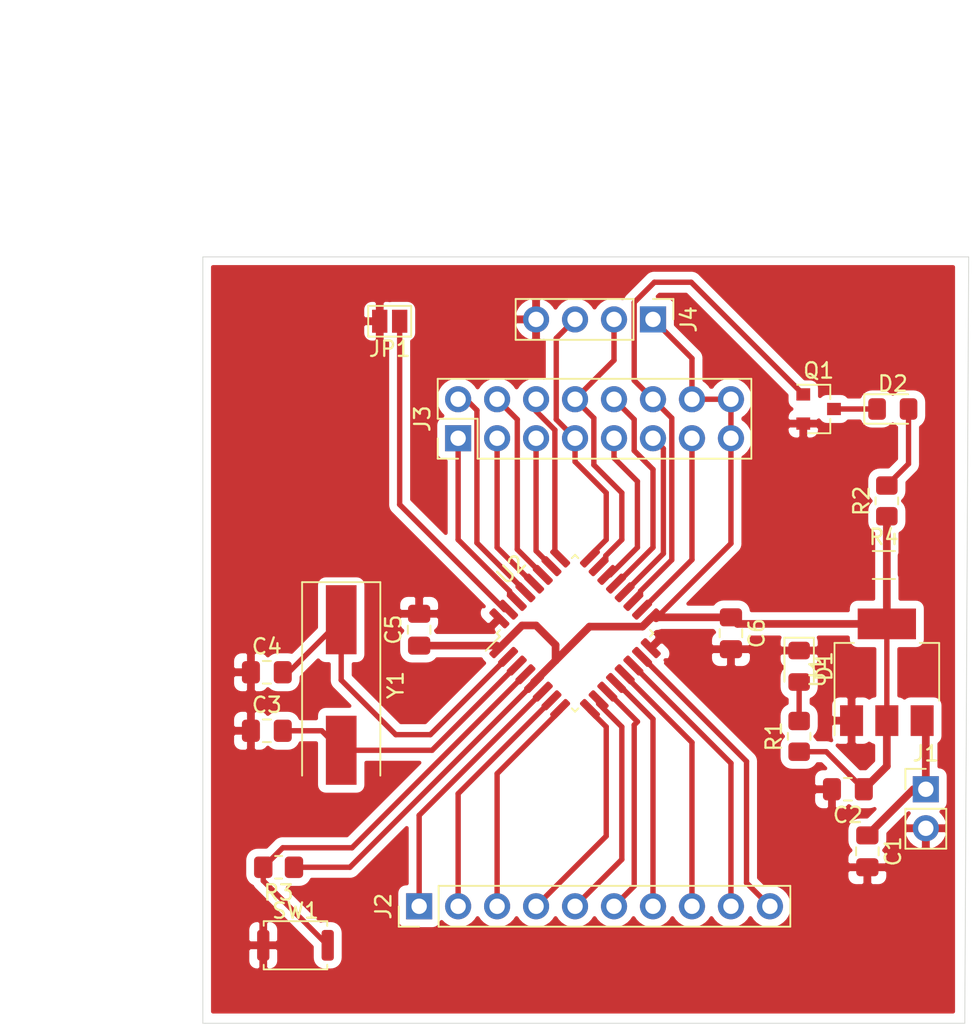
<source format=kicad_pcb>
(kicad_pcb (version 20171130) (host pcbnew 5.1.10)

  (general
    (thickness 1.6)
    (drawings 6)
    (tracks 155)
    (zones 0)
    (modules 22)
    (nets 34)
  )

  (page A4)
  (layers
    (0 F.Cu signal)
    (31 B.Cu signal)
    (32 B.Adhes user)
    (33 F.Adhes user)
    (34 B.Paste user)
    (35 F.Paste user)
    (36 B.SilkS user hide)
    (37 F.SilkS user hide)
    (38 B.Mask user)
    (39 F.Mask user)
    (40 Dwgs.User user)
    (41 Cmts.User user)
    (42 Eco1.User user)
    (43 Eco2.User user)
    (44 Edge.Cuts user)
    (45 Margin user)
    (46 B.CrtYd user)
    (47 F.CrtYd user)
    (48 B.Fab user)
    (49 F.Fab user)
  )

  (setup
    (last_trace_width 0.25)
    (user_trace_width 0.35)
    (user_trace_width 0.5)
    (trace_clearance 0.2)
    (zone_clearance 0.508)
    (zone_45_only no)
    (trace_min 0.2)
    (via_size 0.8)
    (via_drill 0.4)
    (via_min_size 0.4)
    (via_min_drill 0.3)
    (uvia_size 0.3)
    (uvia_drill 0.1)
    (uvias_allowed no)
    (uvia_min_size 0.2)
    (uvia_min_drill 0.1)
    (edge_width 0.05)
    (segment_width 0.2)
    (pcb_text_width 0.3)
    (pcb_text_size 1.5 1.5)
    (mod_edge_width 0.12)
    (mod_text_size 1 1)
    (mod_text_width 0.15)
    (pad_size 1.524 1.524)
    (pad_drill 0.762)
    (pad_to_mask_clearance 0)
    (aux_axis_origin 0 0)
    (visible_elements FFFFFF7F)
    (pcbplotparams
      (layerselection 0x00000_7fffffff)
      (usegerberextensions false)
      (usegerberattributes true)
      (usegerberadvancedattributes true)
      (creategerberjobfile true)
      (excludeedgelayer true)
      (linewidth 0.100000)
      (plotframeref false)
      (viasonmask false)
      (mode 1)
      (useauxorigin false)
      (hpglpennumber 1)
      (hpglpenspeed 20)
      (hpglpendiameter 15.000000)
      (psnegative false)
      (psa4output false)
      (plotreference true)
      (plotvalue false)
      (plotinvisibletext false)
      (padsonsilk false)
      (subtractmaskfromsilk false)
      (outputformat 5)
      (mirror false)
      (drillshape 0)
      (scaleselection 1)
      (outputdirectory "plots/"))
  )

  (net 0 "")
  (net 1 "Net-(C1-Pad1)")
  (net 2 GND)
  (net 3 +3V3)
  (net 4 "Net-(C3-Pad2)")
  (net 5 "Net-(C4-Pad2)")
  (net 6 "Net-(D1-Pad2)")
  (net 7 "Net-(D2-Pad2)")
  (net 8 "Net-(D2-Pad1)")
  (net 9 "Net-(J2-Pad1)")
  (net 10 "Net-(J2-Pad2)")
  (net 11 "Net-(J2-Pad3)")
  (net 12 "Net-(J2-Pad4)")
  (net 13 "Net-(J2-Pad5)")
  (net 14 "Net-(J2-Pad6)")
  (net 15 "Net-(J2-Pad7)")
  (net 16 "Net-(J3-Pad1)")
  (net 17 "Net-(J3-Pad2)")
  (net 18 "Net-(J3-Pad3)")
  (net 19 "Net-(J3-Pad4)")
  (net 20 "Net-(J3-Pad5)")
  (net 21 "Net-(J3-Pad6)")
  (net 22 "Net-(J3-Pad7)")
  (net 23 "Net-(J3-Pad8)")
  (net 24 "Net-(J3-Pad9)")
  (net 25 "Net-(J3-Pad10)")
  (net 26 "Net-(J3-Pad11)")
  (net 27 "Net-(J3-Pad12)")
  (net 28 "Net-(J3-Pad13)")
  (net 29 "Net-(JP1-Pad1)")
  (net 30 "Net-(R3-Pad2)")
  (net 31 "Net-(J2-Pad8)")
  (net 32 "Net-(J2-Pad9)")
  (net 33 "Net-(J2-Pad10)")

  (net_class Default "This is the default net class."
    (clearance 0.2)
    (trace_width 0.25)
    (via_dia 0.8)
    (via_drill 0.4)
    (uvia_dia 0.3)
    (uvia_drill 0.1)
    (add_net +3V3)
    (add_net GND)
    (add_net "Net-(C1-Pad1)")
    (add_net "Net-(C3-Pad2)")
    (add_net "Net-(C4-Pad2)")
    (add_net "Net-(D1-Pad2)")
    (add_net "Net-(D2-Pad1)")
    (add_net "Net-(D2-Pad2)")
    (add_net "Net-(J2-Pad1)")
    (add_net "Net-(J2-Pad10)")
    (add_net "Net-(J2-Pad2)")
    (add_net "Net-(J2-Pad3)")
    (add_net "Net-(J2-Pad4)")
    (add_net "Net-(J2-Pad5)")
    (add_net "Net-(J2-Pad6)")
    (add_net "Net-(J2-Pad7)")
    (add_net "Net-(J2-Pad8)")
    (add_net "Net-(J2-Pad9)")
    (add_net "Net-(J3-Pad1)")
    (add_net "Net-(J3-Pad10)")
    (add_net "Net-(J3-Pad11)")
    (add_net "Net-(J3-Pad12)")
    (add_net "Net-(J3-Pad13)")
    (add_net "Net-(J3-Pad2)")
    (add_net "Net-(J3-Pad3)")
    (add_net "Net-(J3-Pad4)")
    (add_net "Net-(J3-Pad5)")
    (add_net "Net-(J3-Pad6)")
    (add_net "Net-(J3-Pad7)")
    (add_net "Net-(J3-Pad8)")
    (add_net "Net-(J3-Pad9)")
    (add_net "Net-(JP1-Pad1)")
    (add_net "Net-(R3-Pad2)")
  )

  (module Resistor_SMD:R_1206_3216Metric (layer F.Cu) (tedit 5F68FEEE) (tstamp 609C9A36)
    (at 157.2875 102.235)
    (descr "Resistor SMD 1206 (3216 Metric), square (rectangular) end terminal, IPC_7351 nominal, (Body size source: IPC-SM-782 page 72, https://www.pcb-3d.com/wordpress/wp-content/uploads/ipc-sm-782a_amendment_1_and_2.pdf), generated with kicad-footprint-generator")
    (tags resistor)
    (path /609C6C24)
    (attr smd)
    (fp_text reference R4 (at 0 -1.82) (layer F.SilkS)
      (effects (font (size 1 1) (thickness 0.15)))
    )
    (fp_text value 0 (at 0 1.82) (layer F.Fab)
      (effects (font (size 1 1) (thickness 0.15)))
    )
    (fp_text user %R (at 0 0) (layer F.Fab)
      (effects (font (size 0.8 0.8) (thickness 0.12)))
    )
    (fp_line (start -1.6 0.8) (end -1.6 -0.8) (layer F.Fab) (width 0.1))
    (fp_line (start -1.6 -0.8) (end 1.6 -0.8) (layer F.Fab) (width 0.1))
    (fp_line (start 1.6 -0.8) (end 1.6 0.8) (layer F.Fab) (width 0.1))
    (fp_line (start 1.6 0.8) (end -1.6 0.8) (layer F.Fab) (width 0.1))
    (fp_line (start -0.727064 -0.91) (end 0.727064 -0.91) (layer F.SilkS) (width 0.12))
    (fp_line (start -0.727064 0.91) (end 0.727064 0.91) (layer F.SilkS) (width 0.12))
    (fp_line (start -2.28 1.12) (end -2.28 -1.12) (layer F.CrtYd) (width 0.05))
    (fp_line (start -2.28 -1.12) (end 2.28 -1.12) (layer F.CrtYd) (width 0.05))
    (fp_line (start 2.28 -1.12) (end 2.28 1.12) (layer F.CrtYd) (width 0.05))
    (fp_line (start 2.28 1.12) (end -2.28 1.12) (layer F.CrtYd) (width 0.05))
    (pad 2 smd roundrect (at 1.4625 0) (size 1.125 1.75) (layers F.Cu F.Paste F.Mask) (roundrect_rratio 0.222222)
      (net 2 GND))
    (pad 1 smd roundrect (at -1.4625 0) (size 1.125 1.75) (layers F.Cu F.Paste F.Mask) (roundrect_rratio 0.222222)
      (net 2 GND))
    (model ${KISYS3DMOD}/Resistor_SMD.3dshapes/R_1206_3216Metric.wrl
      (at (xyz 0 0 0))
      (scale (xyz 1 1 1))
      (rotate (xyz 0 0 0))
    )
  )

  (module Crystal:Crystal_SMD_HC49-SD (layer F.Cu) (tedit 5A1AD52C) (tstamp 60881B03)
    (at 121.92 110.05 270)
    (descr "SMD Crystal HC-49-SD http://cdn-reichelt.de/documents/datenblatt/B400/xxx-HC49-SMD.pdf, 11.4x4.7mm^2 package")
    (tags "SMD SMT crystal")
    (path /60873535)
    (attr smd)
    (fp_text reference Y1 (at 0 -3.55 90) (layer F.SilkS)
      (effects (font (size 1 1) (thickness 0.15)))
    )
    (fp_text value Crystal (at 0 3.55 90) (layer F.Fab)
      (effects (font (size 1 1) (thickness 0.15)))
    )
    (fp_line (start 6.8 -2.6) (end -6.8 -2.6) (layer F.CrtYd) (width 0.05))
    (fp_line (start 6.8 2.6) (end 6.8 -2.6) (layer F.CrtYd) (width 0.05))
    (fp_line (start -6.8 2.6) (end 6.8 2.6) (layer F.CrtYd) (width 0.05))
    (fp_line (start -6.8 -2.6) (end -6.8 2.6) (layer F.CrtYd) (width 0.05))
    (fp_line (start -6.7 2.55) (end 5.9 2.55) (layer F.SilkS) (width 0.12))
    (fp_line (start -6.7 -2.55) (end -6.7 2.55) (layer F.SilkS) (width 0.12))
    (fp_line (start 5.9 -2.55) (end -6.7 -2.55) (layer F.SilkS) (width 0.12))
    (fp_line (start -3.015 2.115) (end 3.015 2.115) (layer F.Fab) (width 0.1))
    (fp_line (start -3.015 -2.115) (end 3.015 -2.115) (layer F.Fab) (width 0.1))
    (fp_line (start 5.7 -2.35) (end -5.7 -2.35) (layer F.Fab) (width 0.1))
    (fp_line (start 5.7 2.35) (end 5.7 -2.35) (layer F.Fab) (width 0.1))
    (fp_line (start -5.7 2.35) (end 5.7 2.35) (layer F.Fab) (width 0.1))
    (fp_line (start -5.7 -2.35) (end -5.7 2.35) (layer F.Fab) (width 0.1))
    (fp_arc (start 3.015 0) (end 3.015 -2.115) (angle 180) (layer F.Fab) (width 0.1))
    (fp_arc (start -3.015 0) (end -3.015 -2.115) (angle -180) (layer F.Fab) (width 0.1))
    (fp_text user %R (at 0 0 90) (layer F.Fab)
      (effects (font (size 1 1) (thickness 0.15)))
    )
    (pad 2 smd rect (at 4.25 0 270) (size 4.5 2) (layers F.Cu F.Paste F.Mask)
      (net 4 "Net-(C3-Pad2)"))
    (pad 1 smd rect (at -4.25 0 270) (size 4.5 2) (layers F.Cu F.Paste F.Mask)
      (net 5 "Net-(C4-Pad2)"))
    (model ${KISYS3DMOD}/Crystal.3dshapes/Crystal_SMD_HC49-SD.wrl
      (at (xyz 0 0 0))
      (scale (xyz 1 1 1))
      (rotate (xyz 0 0 0))
    )
  )

  (module Package_QFP:LQFP-32_7x7mm_P0.8mm (layer F.Cu) (tedit 5D9F72AF) (tstamp 60881AED)
    (at 137.16 106.68 45)
    (descr "LQFP, 32 Pin (https://www.nxp.com/docs/en/package-information/SOT358-1.pdf), generated with kicad-footprint-generator ipc_gullwing_generator.py")
    (tags "LQFP QFP")
    (path /6086C472)
    (attr smd)
    (fp_text reference U2 (at 0 -5.88 45) (layer F.SilkS)
      (effects (font (size 1 1) (thickness 0.15)))
    )
    (fp_text value STM32F030K6Tx (at 0 5.88 45) (layer F.Fab)
      (effects (font (size 1 1) (thickness 0.15)))
    )
    (fp_line (start 5.18 3.3) (end 5.18 0) (layer F.CrtYd) (width 0.05))
    (fp_line (start 3.75 3.3) (end 5.18 3.3) (layer F.CrtYd) (width 0.05))
    (fp_line (start 3.75 3.75) (end 3.75 3.3) (layer F.CrtYd) (width 0.05))
    (fp_line (start 3.3 3.75) (end 3.75 3.75) (layer F.CrtYd) (width 0.05))
    (fp_line (start 3.3 5.18) (end 3.3 3.75) (layer F.CrtYd) (width 0.05))
    (fp_line (start 0 5.18) (end 3.3 5.18) (layer F.CrtYd) (width 0.05))
    (fp_line (start -5.18 3.3) (end -5.18 0) (layer F.CrtYd) (width 0.05))
    (fp_line (start -3.75 3.3) (end -5.18 3.3) (layer F.CrtYd) (width 0.05))
    (fp_line (start -3.75 3.75) (end -3.75 3.3) (layer F.CrtYd) (width 0.05))
    (fp_line (start -3.3 3.75) (end -3.75 3.75) (layer F.CrtYd) (width 0.05))
    (fp_line (start -3.3 5.18) (end -3.3 3.75) (layer F.CrtYd) (width 0.05))
    (fp_line (start 0 5.18) (end -3.3 5.18) (layer F.CrtYd) (width 0.05))
    (fp_line (start 5.18 -3.3) (end 5.18 0) (layer F.CrtYd) (width 0.05))
    (fp_line (start 3.75 -3.3) (end 5.18 -3.3) (layer F.CrtYd) (width 0.05))
    (fp_line (start 3.75 -3.75) (end 3.75 -3.3) (layer F.CrtYd) (width 0.05))
    (fp_line (start 3.3 -3.75) (end 3.75 -3.75) (layer F.CrtYd) (width 0.05))
    (fp_line (start 3.3 -5.18) (end 3.3 -3.75) (layer F.CrtYd) (width 0.05))
    (fp_line (start 0 -5.18) (end 3.3 -5.18) (layer F.CrtYd) (width 0.05))
    (fp_line (start -5.18 -3.3) (end -5.18 0) (layer F.CrtYd) (width 0.05))
    (fp_line (start -3.75 -3.3) (end -5.18 -3.3) (layer F.CrtYd) (width 0.05))
    (fp_line (start -3.75 -3.75) (end -3.75 -3.3) (layer F.CrtYd) (width 0.05))
    (fp_line (start -3.3 -3.75) (end -3.75 -3.75) (layer F.CrtYd) (width 0.05))
    (fp_line (start -3.3 -5.18) (end -3.3 -3.75) (layer F.CrtYd) (width 0.05))
    (fp_line (start 0 -5.18) (end -3.3 -5.18) (layer F.CrtYd) (width 0.05))
    (fp_line (start -3.5 -2.5) (end -2.5 -3.5) (layer F.Fab) (width 0.1))
    (fp_line (start -3.5 3.5) (end -3.5 -2.5) (layer F.Fab) (width 0.1))
    (fp_line (start 3.5 3.5) (end -3.5 3.5) (layer F.Fab) (width 0.1))
    (fp_line (start 3.5 -3.5) (end 3.5 3.5) (layer F.Fab) (width 0.1))
    (fp_line (start -2.5 -3.5) (end 3.5 -3.5) (layer F.Fab) (width 0.1))
    (fp_line (start -3.61 -3.31) (end -4.925 -3.31) (layer F.SilkS) (width 0.12))
    (fp_line (start -3.61 -3.61) (end -3.61 -3.31) (layer F.SilkS) (width 0.12))
    (fp_line (start -3.31 -3.61) (end -3.61 -3.61) (layer F.SilkS) (width 0.12))
    (fp_line (start 3.61 -3.61) (end 3.61 -3.31) (layer F.SilkS) (width 0.12))
    (fp_line (start 3.31 -3.61) (end 3.61 -3.61) (layer F.SilkS) (width 0.12))
    (fp_line (start -3.61 3.61) (end -3.61 3.31) (layer F.SilkS) (width 0.12))
    (fp_line (start -3.31 3.61) (end -3.61 3.61) (layer F.SilkS) (width 0.12))
    (fp_line (start 3.61 3.61) (end 3.61 3.31) (layer F.SilkS) (width 0.12))
    (fp_line (start 3.31 3.61) (end 3.61 3.61) (layer F.SilkS) (width 0.12))
    (fp_text user %R (at 0 0 135) (layer F.Fab)
      (effects (font (size 1 1) (thickness 0.15)))
    )
    (pad 32 smd roundrect (at -2.8 -4.175 45) (size 0.5 1.5) (layers F.Cu F.Paste F.Mask) (roundrect_rratio 0.25)
      (net 2 GND))
    (pad 31 smd roundrect (at -2 -4.175 45) (size 0.5 1.5) (layers F.Cu F.Paste F.Mask) (roundrect_rratio 0.25)
      (net 29 "Net-(JP1-Pad1)"))
    (pad 30 smd roundrect (at -1.2 -4.175 45) (size 0.5 1.5) (layers F.Cu F.Paste F.Mask) (roundrect_rratio 0.25)
      (net 16 "Net-(J3-Pad1)"))
    (pad 29 smd roundrect (at -0.4 -4.175 45) (size 0.5 1.5) (layers F.Cu F.Paste F.Mask) (roundrect_rratio 0.25)
      (net 17 "Net-(J3-Pad2)"))
    (pad 28 smd roundrect (at 0.4 -4.175 45) (size 0.5 1.5) (layers F.Cu F.Paste F.Mask) (roundrect_rratio 0.25)
      (net 18 "Net-(J3-Pad3)"))
    (pad 27 smd roundrect (at 1.2 -4.175 45) (size 0.5 1.5) (layers F.Cu F.Paste F.Mask) (roundrect_rratio 0.25)
      (net 19 "Net-(J3-Pad4)"))
    (pad 26 smd roundrect (at 2 -4.175 45) (size 0.5 1.5) (layers F.Cu F.Paste F.Mask) (roundrect_rratio 0.25)
      (net 20 "Net-(J3-Pad5)"))
    (pad 25 smd roundrect (at 2.8 -4.175 45) (size 0.5 1.5) (layers F.Cu F.Paste F.Mask) (roundrect_rratio 0.25)
      (net 21 "Net-(J3-Pad6)"))
    (pad 24 smd roundrect (at 4.175 -2.8 45) (size 1.5 0.5) (layers F.Cu F.Paste F.Mask) (roundrect_rratio 0.25)
      (net 22 "Net-(J3-Pad7)"))
    (pad 23 smd roundrect (at 4.175 -2 45) (size 1.5 0.5) (layers F.Cu F.Paste F.Mask) (roundrect_rratio 0.25)
      (net 23 "Net-(J3-Pad8)"))
    (pad 22 smd roundrect (at 4.175 -1.2 45) (size 1.5 0.5) (layers F.Cu F.Paste F.Mask) (roundrect_rratio 0.25)
      (net 24 "Net-(J3-Pad9)"))
    (pad 21 smd roundrect (at 4.175 -0.4 45) (size 1.5 0.5) (layers F.Cu F.Paste F.Mask) (roundrect_rratio 0.25)
      (net 25 "Net-(J3-Pad10)"))
    (pad 20 smd roundrect (at 4.175 0.4 45) (size 1.5 0.5) (layers F.Cu F.Paste F.Mask) (roundrect_rratio 0.25)
      (net 26 "Net-(J3-Pad11)"))
    (pad 19 smd roundrect (at 4.175 1.2 45) (size 1.5 0.5) (layers F.Cu F.Paste F.Mask) (roundrect_rratio 0.25)
      (net 27 "Net-(J3-Pad12)"))
    (pad 18 smd roundrect (at 4.175 2 45) (size 1.5 0.5) (layers F.Cu F.Paste F.Mask) (roundrect_rratio 0.25)
      (net 28 "Net-(J3-Pad13)"))
    (pad 17 smd roundrect (at 4.175 2.8 45) (size 1.5 0.5) (layers F.Cu F.Paste F.Mask) (roundrect_rratio 0.25)
      (net 3 +3V3))
    (pad 16 smd roundrect (at 2.8 4.175 45) (size 0.5 1.5) (layers F.Cu F.Paste F.Mask) (roundrect_rratio 0.25)
      (net 2 GND))
    (pad 15 smd roundrect (at 2 4.175 45) (size 0.5 1.5) (layers F.Cu F.Paste F.Mask) (roundrect_rratio 0.25)
      (net 33 "Net-(J2-Pad10)"))
    (pad 14 smd roundrect (at 1.2 4.175 45) (size 0.5 1.5) (layers F.Cu F.Paste F.Mask) (roundrect_rratio 0.25)
      (net 32 "Net-(J2-Pad9)"))
    (pad 13 smd roundrect (at 0.4 4.175 45) (size 0.5 1.5) (layers F.Cu F.Paste F.Mask) (roundrect_rratio 0.25)
      (net 31 "Net-(J2-Pad8)"))
    (pad 12 smd roundrect (at -0.4 4.175 45) (size 0.5 1.5) (layers F.Cu F.Paste F.Mask) (roundrect_rratio 0.25)
      (net 15 "Net-(J2-Pad7)"))
    (pad 11 smd roundrect (at -1.2 4.175 45) (size 0.5 1.5) (layers F.Cu F.Paste F.Mask) (roundrect_rratio 0.25)
      (net 14 "Net-(J2-Pad6)"))
    (pad 10 smd roundrect (at -2 4.175 45) (size 0.5 1.5) (layers F.Cu F.Paste F.Mask) (roundrect_rratio 0.25)
      (net 13 "Net-(J2-Pad5)"))
    (pad 9 smd roundrect (at -2.8 4.175 45) (size 0.5 1.5) (layers F.Cu F.Paste F.Mask) (roundrect_rratio 0.25)
      (net 12 "Net-(J2-Pad4)"))
    (pad 8 smd roundrect (at -4.175 2.8 45) (size 1.5 0.5) (layers F.Cu F.Paste F.Mask) (roundrect_rratio 0.25)
      (net 11 "Net-(J2-Pad3)"))
    (pad 7 smd roundrect (at -4.175 2 45) (size 1.5 0.5) (layers F.Cu F.Paste F.Mask) (roundrect_rratio 0.25)
      (net 10 "Net-(J2-Pad2)"))
    (pad 6 smd roundrect (at -4.175 1.2 45) (size 1.5 0.5) (layers F.Cu F.Paste F.Mask) (roundrect_rratio 0.25)
      (net 9 "Net-(J2-Pad1)"))
    (pad 5 smd roundrect (at -4.175 0.4 45) (size 1.5 0.5) (layers F.Cu F.Paste F.Mask) (roundrect_rratio 0.25)
      (net 3 +3V3))
    (pad 4 smd roundrect (at -4.175 -0.4 45) (size 1.5 0.5) (layers F.Cu F.Paste F.Mask) (roundrect_rratio 0.25)
      (net 30 "Net-(R3-Pad2)"))
    (pad 3 smd roundrect (at -4.175 -1.2 45) (size 1.5 0.5) (layers F.Cu F.Paste F.Mask) (roundrect_rratio 0.25)
      (net 4 "Net-(C3-Pad2)"))
    (pad 2 smd roundrect (at -4.175 -2 45) (size 1.5 0.5) (layers F.Cu F.Paste F.Mask) (roundrect_rratio 0.25)
      (net 5 "Net-(C4-Pad2)"))
    (pad 1 smd roundrect (at -4.175 -2.8 45) (size 1.5 0.5) (layers F.Cu F.Paste F.Mask) (roundrect_rratio 0.25)
      (net 3 +3V3))
    (model ${KISYS3DMOD}/Package_QFP.3dshapes/LQFP-32_7x7mm_P0.8mm.wrl
      (at (xyz 0 0 0))
      (scale (xyz 1 1 1))
      (rotate (xyz 0 0 0))
    )
  )

  (module Package_TO_SOT_SMD:SOT-223-3_TabPin2 (layer F.Cu) (tedit 5A02FF57) (tstamp 60881AA2)
    (at 157.48 109.22 90)
    (descr "module CMS SOT223 4 pins")
    (tags "CMS SOT")
    (path /60896AA3)
    (attr smd)
    (fp_text reference U1 (at 0 -4.5 90) (layer F.SilkS)
      (effects (font (size 1 1) (thickness 0.15)))
    )
    (fp_text value AP1117-33 (at 0 4.5 90) (layer F.Fab)
      (effects (font (size 1 1) (thickness 0.15)))
    )
    (fp_line (start 1.85 -3.35) (end 1.85 3.35) (layer F.Fab) (width 0.1))
    (fp_line (start -1.85 3.35) (end 1.85 3.35) (layer F.Fab) (width 0.1))
    (fp_line (start -4.1 -3.41) (end 1.91 -3.41) (layer F.SilkS) (width 0.12))
    (fp_line (start -0.85 -3.35) (end 1.85 -3.35) (layer F.Fab) (width 0.1))
    (fp_line (start -1.85 3.41) (end 1.91 3.41) (layer F.SilkS) (width 0.12))
    (fp_line (start -1.85 -2.35) (end -1.85 3.35) (layer F.Fab) (width 0.1))
    (fp_line (start -1.85 -2.35) (end -0.85 -3.35) (layer F.Fab) (width 0.1))
    (fp_line (start -4.4 -3.6) (end -4.4 3.6) (layer F.CrtYd) (width 0.05))
    (fp_line (start -4.4 3.6) (end 4.4 3.6) (layer F.CrtYd) (width 0.05))
    (fp_line (start 4.4 3.6) (end 4.4 -3.6) (layer F.CrtYd) (width 0.05))
    (fp_line (start 4.4 -3.6) (end -4.4 -3.6) (layer F.CrtYd) (width 0.05))
    (fp_line (start 1.91 -3.41) (end 1.91 -2.15) (layer F.SilkS) (width 0.12))
    (fp_line (start 1.91 3.41) (end 1.91 2.15) (layer F.SilkS) (width 0.12))
    (fp_text user %R (at 0 0) (layer F.Fab)
      (effects (font (size 0.8 0.8) (thickness 0.12)))
    )
    (pad 1 smd rect (at -3.15 -2.3 90) (size 2 1.5) (layers F.Cu F.Paste F.Mask)
      (net 2 GND))
    (pad 3 smd rect (at -3.15 2.3 90) (size 2 1.5) (layers F.Cu F.Paste F.Mask)
      (net 1 "Net-(C1-Pad1)"))
    (pad 2 smd rect (at -3.15 0 90) (size 2 1.5) (layers F.Cu F.Paste F.Mask)
      (net 3 +3V3))
    (pad 2 smd rect (at 3.15 0 90) (size 2 3.8) (layers F.Cu F.Paste F.Mask)
      (net 3 +3V3))
    (model ${KISYS3DMOD}/Package_TO_SOT_SMD.3dshapes/SOT-223.wrl
      (at (xyz 0 0 0))
      (scale (xyz 1 1 1))
      (rotate (xyz 0 0 0))
    )
  )

  (module Button_Switch_SMD:SW_Push_SPST_NO_Alps_SKRK (layer F.Cu) (tedit 5C2A8900) (tstamp 60882295)
    (at 118.94 127)
    (descr http://www.alps.com/prod/info/E/HTML/Tact/SurfaceMount/SKRK/SKRKAHE020.html)
    (tags "SMD SMT button")
    (path /6086F408)
    (attr smd)
    (fp_text reference SW1 (at 0 -2.25) (layer F.SilkS)
      (effects (font (size 1 1) (thickness 0.15)))
    )
    (fp_text value SW_Push (at 0 2.5) (layer F.Fab)
      (effects (font (size 1 1) (thickness 0.15)))
    )
    (fp_line (start 2.07 -1.57) (end 2.07 -1.27) (layer F.SilkS) (width 0.12))
    (fp_line (start -2.07 1.57) (end -2.07 1.27) (layer F.SilkS) (width 0.12))
    (fp_line (start 1.95 -1.45) (end 1.95 1.45) (layer F.Fab) (width 0.1))
    (fp_line (start -1.95 -1.45) (end 1.95 -1.45) (layer F.Fab) (width 0.1))
    (fp_line (start -1.95 1.45) (end -1.95 -1.45) (layer F.Fab) (width 0.1))
    (fp_line (start 1.95 1.45) (end -1.95 1.45) (layer F.Fab) (width 0.1))
    (fp_line (start -2.75 1.7) (end -2.75 -1.7) (layer F.CrtYd) (width 0.05))
    (fp_line (start 2.75 1.7) (end -2.75 1.7) (layer F.CrtYd) (width 0.05))
    (fp_line (start 2.75 -1.7) (end 2.75 1.7) (layer F.CrtYd) (width 0.05))
    (fp_line (start -2.75 -1.7) (end 2.75 -1.7) (layer F.CrtYd) (width 0.05))
    (fp_circle (center 0 0) (end 1 0) (layer F.Fab) (width 0.1))
    (fp_line (start -2.07 -1.27) (end -2.07 -1.57) (layer F.SilkS) (width 0.12))
    (fp_line (start 2.07 1.57) (end -2.07 1.57) (layer F.SilkS) (width 0.12))
    (fp_line (start 2.07 1.27) (end 2.07 1.57) (layer F.SilkS) (width 0.12))
    (fp_line (start -2.07 -1.57) (end 2.07 -1.57) (layer F.SilkS) (width 0.12))
    (fp_text user %R (at 0 0) (layer F.Fab)
      (effects (font (size 1 1) (thickness 0.15)))
    )
    (pad 1 smd roundrect (at -2.1 0) (size 0.8 2) (layers F.Cu F.Paste F.Mask) (roundrect_rratio 0.25)
      (net 2 GND))
    (pad 2 smd roundrect (at 2.1 0) (size 0.8 2) (layers F.Cu F.Paste F.Mask) (roundrect_rratio 0.25)
      (net 30 "Net-(R3-Pad2)"))
    (model ${KISYS3DMOD}/Button_Switch_SMD.3dshapes/SW_Push_SPST_NO_Alps_SKRK.wrl
      (at (xyz 0 0 0))
      (scale (xyz 1 1 1))
      (rotate (xyz 0 0 0))
    )
  )

  (module Resistor_SMD:R_0805_2012Metric_Pad1.20x1.40mm_HandSolder (layer F.Cu) (tedit 5F68FEEE) (tstamp 60881A76)
    (at 117.84 121.92 180)
    (descr "Resistor SMD 0805 (2012 Metric), square (rectangular) end terminal, IPC_7351 nominal with elongated pad for handsoldering. (Body size source: IPC-SM-782 page 72, https://www.pcb-3d.com/wordpress/wp-content/uploads/ipc-sm-782a_amendment_1_and_2.pdf), generated with kicad-footprint-generator")
    (tags "resistor handsolder")
    (path /60870371)
    (attr smd)
    (fp_text reference R3 (at 0 -1.65) (layer F.SilkS)
      (effects (font (size 1 1) (thickness 0.15)))
    )
    (fp_text value 10K (at 0 1.65) (layer F.Fab)
      (effects (font (size 1 1) (thickness 0.15)))
    )
    (fp_line (start 1.85 0.95) (end -1.85 0.95) (layer F.CrtYd) (width 0.05))
    (fp_line (start 1.85 -0.95) (end 1.85 0.95) (layer F.CrtYd) (width 0.05))
    (fp_line (start -1.85 -0.95) (end 1.85 -0.95) (layer F.CrtYd) (width 0.05))
    (fp_line (start -1.85 0.95) (end -1.85 -0.95) (layer F.CrtYd) (width 0.05))
    (fp_line (start -0.227064 0.735) (end 0.227064 0.735) (layer F.SilkS) (width 0.12))
    (fp_line (start -0.227064 -0.735) (end 0.227064 -0.735) (layer F.SilkS) (width 0.12))
    (fp_line (start 1 0.625) (end -1 0.625) (layer F.Fab) (width 0.1))
    (fp_line (start 1 -0.625) (end 1 0.625) (layer F.Fab) (width 0.1))
    (fp_line (start -1 -0.625) (end 1 -0.625) (layer F.Fab) (width 0.1))
    (fp_line (start -1 0.625) (end -1 -0.625) (layer F.Fab) (width 0.1))
    (fp_text user %R (at 0 0) (layer F.Fab)
      (effects (font (size 0.5 0.5) (thickness 0.08)))
    )
    (pad 2 smd roundrect (at 1 0 180) (size 1.2 1.4) (layers F.Cu F.Paste F.Mask) (roundrect_rratio 0.2083325)
      (net 30 "Net-(R3-Pad2)"))
    (pad 1 smd roundrect (at -1 0 180) (size 1.2 1.4) (layers F.Cu F.Paste F.Mask) (roundrect_rratio 0.2083325)
      (net 3 +3V3))
    (model ${KISYS3DMOD}/Resistor_SMD.3dshapes/R_0805_2012Metric.wrl
      (at (xyz 0 0 0))
      (scale (xyz 1 1 1))
      (rotate (xyz 0 0 0))
    )
  )

  (module Resistor_SMD:R_0805_2012Metric_Pad1.20x1.40mm_HandSolder (layer F.Cu) (tedit 5F68FEEE) (tstamp 608824EF)
    (at 157.48 98.06 90)
    (descr "Resistor SMD 0805 (2012 Metric), square (rectangular) end terminal, IPC_7351 nominal with elongated pad for handsoldering. (Body size source: IPC-SM-782 page 72, https://www.pcb-3d.com/wordpress/wp-content/uploads/ipc-sm-782a_amendment_1_and_2.pdf), generated with kicad-footprint-generator")
    (tags "resistor handsolder")
    (path /608BF1D1)
    (attr smd)
    (fp_text reference R2 (at 0 -1.65 90) (layer F.SilkS)
      (effects (font (size 1 1) (thickness 0.15)))
    )
    (fp_text value 220 (at 0 1.65 90) (layer F.Fab)
      (effects (font (size 1 1) (thickness 0.15)))
    )
    (fp_line (start 1.85 0.95) (end -1.85 0.95) (layer F.CrtYd) (width 0.05))
    (fp_line (start 1.85 -0.95) (end 1.85 0.95) (layer F.CrtYd) (width 0.05))
    (fp_line (start -1.85 -0.95) (end 1.85 -0.95) (layer F.CrtYd) (width 0.05))
    (fp_line (start -1.85 0.95) (end -1.85 -0.95) (layer F.CrtYd) (width 0.05))
    (fp_line (start -0.227064 0.735) (end 0.227064 0.735) (layer F.SilkS) (width 0.12))
    (fp_line (start -0.227064 -0.735) (end 0.227064 -0.735) (layer F.SilkS) (width 0.12))
    (fp_line (start 1 0.625) (end -1 0.625) (layer F.Fab) (width 0.1))
    (fp_line (start 1 -0.625) (end 1 0.625) (layer F.Fab) (width 0.1))
    (fp_line (start -1 -0.625) (end 1 -0.625) (layer F.Fab) (width 0.1))
    (fp_line (start -1 0.625) (end -1 -0.625) (layer F.Fab) (width 0.1))
    (fp_text user %R (at 0 0 90) (layer F.Fab)
      (effects (font (size 0.5 0.5) (thickness 0.08)))
    )
    (pad 2 smd roundrect (at 1 0 90) (size 1.2 1.4) (layers F.Cu F.Paste F.Mask) (roundrect_rratio 0.2083325)
      (net 7 "Net-(D2-Pad2)"))
    (pad 1 smd roundrect (at -1 0 90) (size 1.2 1.4) (layers F.Cu F.Paste F.Mask) (roundrect_rratio 0.2083325)
      (net 3 +3V3))
    (model ${KISYS3DMOD}/Resistor_SMD.3dshapes/R_0805_2012Metric.wrl
      (at (xyz 0 0 0))
      (scale (xyz 1 1 1))
      (rotate (xyz 0 0 0))
    )
  )

  (module Resistor_SMD:R_0805_2012Metric_Pad1.20x1.40mm_HandSolder (layer F.Cu) (tedit 5F68FEEE) (tstamp 60881A54)
    (at 151.765 113.395 90)
    (descr "Resistor SMD 0805 (2012 Metric), square (rectangular) end terminal, IPC_7351 nominal with elongated pad for handsoldering. (Body size source: IPC-SM-782 page 72, https://www.pcb-3d.com/wordpress/wp-content/uploads/ipc-sm-782a_amendment_1_and_2.pdf), generated with kicad-footprint-generator")
    (tags "resistor handsolder")
    (path /608C9660)
    (attr smd)
    (fp_text reference R1 (at 0 -1.65 90) (layer F.SilkS)
      (effects (font (size 1 1) (thickness 0.15)))
    )
    (fp_text value 220 (at 0 1.65 90) (layer F.Fab)
      (effects (font (size 1 1) (thickness 0.15)))
    )
    (fp_line (start 1.85 0.95) (end -1.85 0.95) (layer F.CrtYd) (width 0.05))
    (fp_line (start 1.85 -0.95) (end 1.85 0.95) (layer F.CrtYd) (width 0.05))
    (fp_line (start -1.85 -0.95) (end 1.85 -0.95) (layer F.CrtYd) (width 0.05))
    (fp_line (start -1.85 0.95) (end -1.85 -0.95) (layer F.CrtYd) (width 0.05))
    (fp_line (start -0.227064 0.735) (end 0.227064 0.735) (layer F.SilkS) (width 0.12))
    (fp_line (start -0.227064 -0.735) (end 0.227064 -0.735) (layer F.SilkS) (width 0.12))
    (fp_line (start 1 0.625) (end -1 0.625) (layer F.Fab) (width 0.1))
    (fp_line (start 1 -0.625) (end 1 0.625) (layer F.Fab) (width 0.1))
    (fp_line (start -1 -0.625) (end 1 -0.625) (layer F.Fab) (width 0.1))
    (fp_line (start -1 0.625) (end -1 -0.625) (layer F.Fab) (width 0.1))
    (fp_text user %R (at 0 0 90) (layer F.Fab)
      (effects (font (size 0.5 0.5) (thickness 0.08)))
    )
    (pad 2 smd roundrect (at 1 0 90) (size 1.2 1.4) (layers F.Cu F.Paste F.Mask) (roundrect_rratio 0.2083325)
      (net 6 "Net-(D1-Pad2)"))
    (pad 1 smd roundrect (at -1 0 90) (size 1.2 1.4) (layers F.Cu F.Paste F.Mask) (roundrect_rratio 0.2083325)
      (net 3 +3V3))
    (model ${KISYS3DMOD}/Resistor_SMD.3dshapes/R_0805_2012Metric.wrl
      (at (xyz 0 0 0))
      (scale (xyz 1 1 1))
      (rotate (xyz 0 0 0))
    )
  )

  (module Package_TO_SOT_SMD:SOT-23 (layer F.Cu) (tedit 5A02FF57) (tstamp 60883DA0)
    (at 153.035 92.075)
    (descr "SOT-23, Standard")
    (tags SOT-23)
    (path /608C1DA5)
    (attr smd)
    (fp_text reference Q1 (at 0 -2.5) (layer F.SilkS)
      (effects (font (size 1 1) (thickness 0.15)))
    )
    (fp_text value 2N7002 (at 0 2.5) (layer F.Fab)
      (effects (font (size 1 1) (thickness 0.15)))
    )
    (fp_line (start 0.76 1.58) (end -0.7 1.58) (layer F.SilkS) (width 0.12))
    (fp_line (start 0.76 -1.58) (end -1.4 -1.58) (layer F.SilkS) (width 0.12))
    (fp_line (start -1.7 1.75) (end -1.7 -1.75) (layer F.CrtYd) (width 0.05))
    (fp_line (start 1.7 1.75) (end -1.7 1.75) (layer F.CrtYd) (width 0.05))
    (fp_line (start 1.7 -1.75) (end 1.7 1.75) (layer F.CrtYd) (width 0.05))
    (fp_line (start -1.7 -1.75) (end 1.7 -1.75) (layer F.CrtYd) (width 0.05))
    (fp_line (start 0.76 -1.58) (end 0.76 -0.65) (layer F.SilkS) (width 0.12))
    (fp_line (start 0.76 1.58) (end 0.76 0.65) (layer F.SilkS) (width 0.12))
    (fp_line (start -0.7 1.52) (end 0.7 1.52) (layer F.Fab) (width 0.1))
    (fp_line (start 0.7 -1.52) (end 0.7 1.52) (layer F.Fab) (width 0.1))
    (fp_line (start -0.7 -0.95) (end -0.15 -1.52) (layer F.Fab) (width 0.1))
    (fp_line (start -0.15 -1.52) (end 0.7 -1.52) (layer F.Fab) (width 0.1))
    (fp_line (start -0.7 -0.95) (end -0.7 1.5) (layer F.Fab) (width 0.1))
    (fp_text user %R (at 0 0 90) (layer F.Fab)
      (effects (font (size 0.5 0.5) (thickness 0.075)))
    )
    (pad 3 smd rect (at 1 0) (size 0.9 0.8) (layers F.Cu F.Paste F.Mask)
      (net 8 "Net-(D2-Pad1)"))
    (pad 2 smd rect (at -1 0.95) (size 0.9 0.8) (layers F.Cu F.Paste F.Mask)
      (net 2 GND))
    (pad 1 smd rect (at -1 -0.95) (size 0.9 0.8) (layers F.Cu F.Paste F.Mask)
      (net 27 "Net-(J3-Pad12)"))
    (model ${KISYS3DMOD}/Package_TO_SOT_SMD.3dshapes/SOT-23.wrl
      (at (xyz 0 0 0))
      (scale (xyz 1 1 1))
      (rotate (xyz 0 0 0))
    )
  )

  (module Jumper:SolderJumper-2_P1.3mm_Open_Pad1.0x1.5mm (layer F.Cu) (tedit 5A3EABFC) (tstamp 60881A2E)
    (at 125.08 86.36 180)
    (descr "SMD Solder Jumper, 1x1.5mm Pads, 0.3mm gap, open")
    (tags "solder jumper open")
    (path /60871594)
    (attr virtual)
    (fp_text reference JP1 (at 0 -1.8) (layer F.SilkS)
      (effects (font (size 1 1) (thickness 0.15)))
    )
    (fp_text value Jumper_NC_Small (at 0 1.9) (layer F.Fab)
      (effects (font (size 1 1) (thickness 0.15)))
    )
    (fp_line (start 1.65 1.25) (end -1.65 1.25) (layer F.CrtYd) (width 0.05))
    (fp_line (start 1.65 1.25) (end 1.65 -1.25) (layer F.CrtYd) (width 0.05))
    (fp_line (start -1.65 -1.25) (end -1.65 1.25) (layer F.CrtYd) (width 0.05))
    (fp_line (start -1.65 -1.25) (end 1.65 -1.25) (layer F.CrtYd) (width 0.05))
    (fp_line (start -1.4 -1) (end 1.4 -1) (layer F.SilkS) (width 0.12))
    (fp_line (start 1.4 -1) (end 1.4 1) (layer F.SilkS) (width 0.12))
    (fp_line (start 1.4 1) (end -1.4 1) (layer F.SilkS) (width 0.12))
    (fp_line (start -1.4 1) (end -1.4 -1) (layer F.SilkS) (width 0.12))
    (pad 1 smd rect (at -0.65 0 180) (size 1 1.5) (layers F.Cu F.Mask)
      (net 29 "Net-(JP1-Pad1)"))
    (pad 2 smd rect (at 0.65 0 180) (size 1 1.5) (layers F.Cu F.Mask)
      (net 2 GND))
  )

  (module Connector_PinHeader_2.54mm:PinHeader_1x04_P2.54mm_Vertical (layer F.Cu) (tedit 59FED5CC) (tstamp 60881A20)
    (at 142.24 86.24 270)
    (descr "Through hole straight pin header, 1x04, 2.54mm pitch, single row")
    (tags "Through hole pin header THT 1x04 2.54mm single row")
    (path /60877330)
    (fp_text reference J4 (at 0 -2.33 90) (layer F.SilkS)
      (effects (font (size 1 1) (thickness 0.15)))
    )
    (fp_text value SWD_Conn (at 0 9.95 90) (layer F.Fab)
      (effects (font (size 1 1) (thickness 0.15)))
    )
    (fp_line (start 1.8 -1.8) (end -1.8 -1.8) (layer F.CrtYd) (width 0.05))
    (fp_line (start 1.8 9.4) (end 1.8 -1.8) (layer F.CrtYd) (width 0.05))
    (fp_line (start -1.8 9.4) (end 1.8 9.4) (layer F.CrtYd) (width 0.05))
    (fp_line (start -1.8 -1.8) (end -1.8 9.4) (layer F.CrtYd) (width 0.05))
    (fp_line (start -1.33 -1.33) (end 0 -1.33) (layer F.SilkS) (width 0.12))
    (fp_line (start -1.33 0) (end -1.33 -1.33) (layer F.SilkS) (width 0.12))
    (fp_line (start -1.33 1.27) (end 1.33 1.27) (layer F.SilkS) (width 0.12))
    (fp_line (start 1.33 1.27) (end 1.33 8.95) (layer F.SilkS) (width 0.12))
    (fp_line (start -1.33 1.27) (end -1.33 8.95) (layer F.SilkS) (width 0.12))
    (fp_line (start -1.33 8.95) (end 1.33 8.95) (layer F.SilkS) (width 0.12))
    (fp_line (start -1.27 -0.635) (end -0.635 -1.27) (layer F.Fab) (width 0.1))
    (fp_line (start -1.27 8.89) (end -1.27 -0.635) (layer F.Fab) (width 0.1))
    (fp_line (start 1.27 8.89) (end -1.27 8.89) (layer F.Fab) (width 0.1))
    (fp_line (start 1.27 -1.27) (end 1.27 8.89) (layer F.Fab) (width 0.1))
    (fp_line (start -0.635 -1.27) (end 1.27 -1.27) (layer F.Fab) (width 0.1))
    (fp_text user %R (at 0 3.81) (layer F.Fab)
      (effects (font (size 1 1) (thickness 0.15)))
    )
    (pad 4 thru_hole oval (at 0 7.62 270) (size 1.7 1.7) (drill 1) (layers *.Cu *.Mask)
      (net 2 GND))
    (pad 3 thru_hole oval (at 0 5.08 270) (size 1.7 1.7) (drill 1) (layers *.Cu *.Mask)
      (net 22 "Net-(J3-Pad7)"))
    (pad 2 thru_hole oval (at 0 2.54 270) (size 1.7 1.7) (drill 1) (layers *.Cu *.Mask)
      (net 23 "Net-(J3-Pad8)"))
    (pad 1 thru_hole rect (at 0 0 270) (size 1.7 1.7) (drill 1) (layers *.Cu *.Mask)
      (net 3 +3V3))
    (model ${KISYS3DMOD}/Connector_PinHeader_2.54mm.3dshapes/PinHeader_1x04_P2.54mm_Vertical.wrl
      (at (xyz 0 0 0))
      (scale (xyz 1 1 1))
      (rotate (xyz 0 0 0))
    )
  )

  (module Connector_PinHeader_2.54mm:PinHeader_2x08_P2.54mm_Vertical (layer F.Cu) (tedit 59FED5CC) (tstamp 60881A08)
    (at 129.54 93.98 90)
    (descr "Through hole straight pin header, 2x08, 2.54mm pitch, double rows")
    (tags "Through hole pin header THT 2x08 2.54mm double row")
    (path /6088156D)
    (fp_text reference J3 (at 1.27 -2.33 90) (layer F.SilkS)
      (effects (font (size 1 1) (thickness 0.15)))
    )
    (fp_text value ConnIO1 (at 1.27 20.11 90) (layer F.Fab)
      (effects (font (size 1 1) (thickness 0.15)))
    )
    (fp_line (start 4.35 -1.8) (end -1.8 -1.8) (layer F.CrtYd) (width 0.05))
    (fp_line (start 4.35 19.55) (end 4.35 -1.8) (layer F.CrtYd) (width 0.05))
    (fp_line (start -1.8 19.55) (end 4.35 19.55) (layer F.CrtYd) (width 0.05))
    (fp_line (start -1.8 -1.8) (end -1.8 19.55) (layer F.CrtYd) (width 0.05))
    (fp_line (start -1.33 -1.33) (end 0 -1.33) (layer F.SilkS) (width 0.12))
    (fp_line (start -1.33 0) (end -1.33 -1.33) (layer F.SilkS) (width 0.12))
    (fp_line (start 1.27 -1.33) (end 3.87 -1.33) (layer F.SilkS) (width 0.12))
    (fp_line (start 1.27 1.27) (end 1.27 -1.33) (layer F.SilkS) (width 0.12))
    (fp_line (start -1.33 1.27) (end 1.27 1.27) (layer F.SilkS) (width 0.12))
    (fp_line (start 3.87 -1.33) (end 3.87 19.11) (layer F.SilkS) (width 0.12))
    (fp_line (start -1.33 1.27) (end -1.33 19.11) (layer F.SilkS) (width 0.12))
    (fp_line (start -1.33 19.11) (end 3.87 19.11) (layer F.SilkS) (width 0.12))
    (fp_line (start -1.27 0) (end 0 -1.27) (layer F.Fab) (width 0.1))
    (fp_line (start -1.27 19.05) (end -1.27 0) (layer F.Fab) (width 0.1))
    (fp_line (start 3.81 19.05) (end -1.27 19.05) (layer F.Fab) (width 0.1))
    (fp_line (start 3.81 -1.27) (end 3.81 19.05) (layer F.Fab) (width 0.1))
    (fp_line (start 0 -1.27) (end 3.81 -1.27) (layer F.Fab) (width 0.1))
    (fp_text user %R (at 1.27 8.89) (layer F.Fab)
      (effects (font (size 1 1) (thickness 0.15)))
    )
    (pad 16 thru_hole oval (at 2.54 17.78 90) (size 1.7 1.7) (drill 1) (layers *.Cu *.Mask)
      (net 3 +3V3))
    (pad 15 thru_hole oval (at 0 17.78 90) (size 1.7 1.7) (drill 1) (layers *.Cu *.Mask)
      (net 3 +3V3))
    (pad 14 thru_hole oval (at 2.54 15.24 90) (size 1.7 1.7) (drill 1) (layers *.Cu *.Mask)
      (net 3 +3V3))
    (pad 13 thru_hole oval (at 0 15.24 90) (size 1.7 1.7) (drill 1) (layers *.Cu *.Mask)
      (net 28 "Net-(J3-Pad13)"))
    (pad 12 thru_hole oval (at 2.54 12.7 90) (size 1.7 1.7) (drill 1) (layers *.Cu *.Mask)
      (net 27 "Net-(J3-Pad12)"))
    (pad 11 thru_hole oval (at 0 12.7 90) (size 1.7 1.7) (drill 1) (layers *.Cu *.Mask)
      (net 26 "Net-(J3-Pad11)"))
    (pad 10 thru_hole oval (at 2.54 10.16 90) (size 1.7 1.7) (drill 1) (layers *.Cu *.Mask)
      (net 25 "Net-(J3-Pad10)"))
    (pad 9 thru_hole oval (at 0 10.16 90) (size 1.7 1.7) (drill 1) (layers *.Cu *.Mask)
      (net 24 "Net-(J3-Pad9)"))
    (pad 8 thru_hole oval (at 2.54 7.62 90) (size 1.7 1.7) (drill 1) (layers *.Cu *.Mask)
      (net 23 "Net-(J3-Pad8)"))
    (pad 7 thru_hole oval (at 0 7.62 90) (size 1.7 1.7) (drill 1) (layers *.Cu *.Mask)
      (net 22 "Net-(J3-Pad7)"))
    (pad 6 thru_hole oval (at 2.54 5.08 90) (size 1.7 1.7) (drill 1) (layers *.Cu *.Mask)
      (net 21 "Net-(J3-Pad6)"))
    (pad 5 thru_hole oval (at 0 5.08 90) (size 1.7 1.7) (drill 1) (layers *.Cu *.Mask)
      (net 20 "Net-(J3-Pad5)"))
    (pad 4 thru_hole oval (at 2.54 2.54 90) (size 1.7 1.7) (drill 1) (layers *.Cu *.Mask)
      (net 19 "Net-(J3-Pad4)"))
    (pad 3 thru_hole oval (at 0 2.54 90) (size 1.7 1.7) (drill 1) (layers *.Cu *.Mask)
      (net 18 "Net-(J3-Pad3)"))
    (pad 2 thru_hole oval (at 2.54 0 90) (size 1.7 1.7) (drill 1) (layers *.Cu *.Mask)
      (net 17 "Net-(J3-Pad2)"))
    (pad 1 thru_hole rect (at 0 0 90) (size 1.7 1.7) (drill 1) (layers *.Cu *.Mask)
      (net 16 "Net-(J3-Pad1)"))
    (model ${KISYS3DMOD}/Connector_PinHeader_2.54mm.3dshapes/PinHeader_2x08_P2.54mm_Vertical.wrl
      (at (xyz 0 0 0))
      (scale (xyz 1 1 1))
      (rotate (xyz 0 0 0))
    )
  )

  (module Connector_PinHeader_2.54mm:PinHeader_1x10_P2.54mm_Vertical (layer F.Cu) (tedit 59FED5CC) (tstamp 608819E2)
    (at 127 124.46 90)
    (descr "Through hole straight pin header, 1x10, 2.54mm pitch, single row")
    (tags "Through hole pin header THT 1x10 2.54mm single row")
    (path /609519B2)
    (fp_text reference J2 (at 0 -2.33 90) (layer F.SilkS)
      (effects (font (size 1 1) (thickness 0.15)))
    )
    (fp_text value ConnIO2 (at 0 25.19 90) (layer F.Fab)
      (effects (font (size 1 1) (thickness 0.15)))
    )
    (fp_line (start 1.8 -1.8) (end -1.8 -1.8) (layer F.CrtYd) (width 0.05))
    (fp_line (start 1.8 24.65) (end 1.8 -1.8) (layer F.CrtYd) (width 0.05))
    (fp_line (start -1.8 24.65) (end 1.8 24.65) (layer F.CrtYd) (width 0.05))
    (fp_line (start -1.8 -1.8) (end -1.8 24.65) (layer F.CrtYd) (width 0.05))
    (fp_line (start -1.33 -1.33) (end 0 -1.33) (layer F.SilkS) (width 0.12))
    (fp_line (start -1.33 0) (end -1.33 -1.33) (layer F.SilkS) (width 0.12))
    (fp_line (start -1.33 1.27) (end 1.33 1.27) (layer F.SilkS) (width 0.12))
    (fp_line (start 1.33 1.27) (end 1.33 24.19) (layer F.SilkS) (width 0.12))
    (fp_line (start -1.33 1.27) (end -1.33 24.19) (layer F.SilkS) (width 0.12))
    (fp_line (start -1.33 24.19) (end 1.33 24.19) (layer F.SilkS) (width 0.12))
    (fp_line (start -1.27 -0.635) (end -0.635 -1.27) (layer F.Fab) (width 0.1))
    (fp_line (start -1.27 24.13) (end -1.27 -0.635) (layer F.Fab) (width 0.1))
    (fp_line (start 1.27 24.13) (end -1.27 24.13) (layer F.Fab) (width 0.1))
    (fp_line (start 1.27 -1.27) (end 1.27 24.13) (layer F.Fab) (width 0.1))
    (fp_line (start -0.635 -1.27) (end 1.27 -1.27) (layer F.Fab) (width 0.1))
    (fp_text user %R (at 0 11.43) (layer F.Fab)
      (effects (font (size 1 1) (thickness 0.15)))
    )
    (pad 10 thru_hole oval (at 0 22.86 90) (size 1.7 1.7) (drill 1) (layers *.Cu *.Mask)
      (net 33 "Net-(J2-Pad10)"))
    (pad 9 thru_hole oval (at 0 20.32 90) (size 1.7 1.7) (drill 1) (layers *.Cu *.Mask)
      (net 32 "Net-(J2-Pad9)"))
    (pad 8 thru_hole oval (at 0 17.78 90) (size 1.7 1.7) (drill 1) (layers *.Cu *.Mask)
      (net 31 "Net-(J2-Pad8)"))
    (pad 7 thru_hole oval (at 0 15.24 90) (size 1.7 1.7) (drill 1) (layers *.Cu *.Mask)
      (net 15 "Net-(J2-Pad7)"))
    (pad 6 thru_hole oval (at 0 12.7 90) (size 1.7 1.7) (drill 1) (layers *.Cu *.Mask)
      (net 14 "Net-(J2-Pad6)"))
    (pad 5 thru_hole oval (at 0 10.16 90) (size 1.7 1.7) (drill 1) (layers *.Cu *.Mask)
      (net 13 "Net-(J2-Pad5)"))
    (pad 4 thru_hole oval (at 0 7.62 90) (size 1.7 1.7) (drill 1) (layers *.Cu *.Mask)
      (net 12 "Net-(J2-Pad4)"))
    (pad 3 thru_hole oval (at 0 5.08 90) (size 1.7 1.7) (drill 1) (layers *.Cu *.Mask)
      (net 11 "Net-(J2-Pad3)"))
    (pad 2 thru_hole oval (at 0 2.54 90) (size 1.7 1.7) (drill 1) (layers *.Cu *.Mask)
      (net 10 "Net-(J2-Pad2)"))
    (pad 1 thru_hole rect (at 0 0 90) (size 1.7 1.7) (drill 1) (layers *.Cu *.Mask)
      (net 9 "Net-(J2-Pad1)"))
    (model ${KISYS3DMOD}/Connector_PinHeader_2.54mm.3dshapes/PinHeader_1x10_P2.54mm_Vertical.wrl
      (at (xyz 0 0 0))
      (scale (xyz 1 1 1))
      (rotate (xyz 0 0 0))
    )
  )

  (module Connector_PinHeader_2.54mm:PinHeader_1x02_P2.54mm_Vertical (layer F.Cu) (tedit 59FED5CC) (tstamp 60882188)
    (at 160.02 116.84)
    (descr "Through hole straight pin header, 1x02, 2.54mm pitch, single row")
    (tags "Through hole pin header THT 1x02 2.54mm single row")
    (path /6089B157)
    (fp_text reference J1 (at 0 -2.33) (layer F.SilkS)
      (effects (font (size 1 1) (thickness 0.15)))
    )
    (fp_text value PowerIn (at 0 4.87) (layer F.Fab)
      (effects (font (size 1 1) (thickness 0.15)))
    )
    (fp_line (start 1.8 -1.8) (end -1.8 -1.8) (layer F.CrtYd) (width 0.05))
    (fp_line (start 1.8 4.35) (end 1.8 -1.8) (layer F.CrtYd) (width 0.05))
    (fp_line (start -1.8 4.35) (end 1.8 4.35) (layer F.CrtYd) (width 0.05))
    (fp_line (start -1.8 -1.8) (end -1.8 4.35) (layer F.CrtYd) (width 0.05))
    (fp_line (start -1.33 -1.33) (end 0 -1.33) (layer F.SilkS) (width 0.12))
    (fp_line (start -1.33 0) (end -1.33 -1.33) (layer F.SilkS) (width 0.12))
    (fp_line (start -1.33 1.27) (end 1.33 1.27) (layer F.SilkS) (width 0.12))
    (fp_line (start 1.33 1.27) (end 1.33 3.87) (layer F.SilkS) (width 0.12))
    (fp_line (start -1.33 1.27) (end -1.33 3.87) (layer F.SilkS) (width 0.12))
    (fp_line (start -1.33 3.87) (end 1.33 3.87) (layer F.SilkS) (width 0.12))
    (fp_line (start -1.27 -0.635) (end -0.635 -1.27) (layer F.Fab) (width 0.1))
    (fp_line (start -1.27 3.81) (end -1.27 -0.635) (layer F.Fab) (width 0.1))
    (fp_line (start 1.27 3.81) (end -1.27 3.81) (layer F.Fab) (width 0.1))
    (fp_line (start 1.27 -1.27) (end 1.27 3.81) (layer F.Fab) (width 0.1))
    (fp_line (start -0.635 -1.27) (end 1.27 -1.27) (layer F.Fab) (width 0.1))
    (fp_text user %R (at 0 1.27 90) (layer F.Fab)
      (effects (font (size 1 1) (thickness 0.15)))
    )
    (pad 2 thru_hole oval (at 0 2.54) (size 1.7 1.7) (drill 1) (layers *.Cu *.Mask)
      (net 2 GND))
    (pad 1 thru_hole rect (at 0 0) (size 1.7 1.7) (drill 1) (layers *.Cu *.Mask)
      (net 1 "Net-(C1-Pad1)"))
    (model ${KISYS3DMOD}/Connector_PinHeader_2.54mm.3dshapes/PinHeader_1x02_P2.54mm_Vertical.wrl
      (at (xyz 0 0 0))
      (scale (xyz 1 1 1))
      (rotate (xyz 0 0 0))
    )
  )

  (module LED_SMD:LED_0805_2012Metric_Pad1.15x1.40mm_HandSolder (layer F.Cu) (tedit 5F68FEF1) (tstamp 608823F8)
    (at 157.87 92.075)
    (descr "LED SMD 0805 (2012 Metric), square (rectangular) end terminal, IPC_7351 nominal, (Body size source: https://docs.google.com/spreadsheets/d/1BsfQQcO9C6DZCsRaXUlFlo91Tg2WpOkGARC1WS5S8t0/edit?usp=sharing), generated with kicad-footprint-generator")
    (tags "LED handsolder")
    (path /608BC32E)
    (attr smd)
    (fp_text reference D2 (at 0 -1.65) (layer F.SilkS)
      (effects (font (size 1 1) (thickness 0.15)))
    )
    (fp_text value UserLED (at 0 1.65) (layer F.Fab)
      (effects (font (size 1 1) (thickness 0.15)))
    )
    (fp_line (start 1.85 0.95) (end -1.85 0.95) (layer F.CrtYd) (width 0.05))
    (fp_line (start 1.85 -0.95) (end 1.85 0.95) (layer F.CrtYd) (width 0.05))
    (fp_line (start -1.85 -0.95) (end 1.85 -0.95) (layer F.CrtYd) (width 0.05))
    (fp_line (start -1.85 0.95) (end -1.85 -0.95) (layer F.CrtYd) (width 0.05))
    (fp_line (start -1.86 0.96) (end 1 0.96) (layer F.SilkS) (width 0.12))
    (fp_line (start -1.86 -0.96) (end -1.86 0.96) (layer F.SilkS) (width 0.12))
    (fp_line (start 1 -0.96) (end -1.86 -0.96) (layer F.SilkS) (width 0.12))
    (fp_line (start 1 0.6) (end 1 -0.6) (layer F.Fab) (width 0.1))
    (fp_line (start -1 0.6) (end 1 0.6) (layer F.Fab) (width 0.1))
    (fp_line (start -1 -0.3) (end -1 0.6) (layer F.Fab) (width 0.1))
    (fp_line (start -0.7 -0.6) (end -1 -0.3) (layer F.Fab) (width 0.1))
    (fp_line (start 1 -0.6) (end -0.7 -0.6) (layer F.Fab) (width 0.1))
    (fp_text user %R (at 0 0) (layer F.Fab)
      (effects (font (size 0.5 0.5) (thickness 0.08)))
    )
    (pad 2 smd roundrect (at 1.025 0) (size 1.15 1.4) (layers F.Cu F.Paste F.Mask) (roundrect_rratio 0.2173904347826087)
      (net 7 "Net-(D2-Pad2)"))
    (pad 1 smd roundrect (at -1.025 0) (size 1.15 1.4) (layers F.Cu F.Paste F.Mask) (roundrect_rratio 0.2173904347826087)
      (net 8 "Net-(D2-Pad1)"))
    (model ${KISYS3DMOD}/LED_SMD.3dshapes/LED_0805_2012Metric.wrl
      (at (xyz 0 0 0))
      (scale (xyz 1 1 1))
      (rotate (xyz 0 0 0))
    )
  )

  (module LED_SMD:LED_0805_2012Metric_Pad1.15x1.40mm_HandSolder (layer F.Cu) (tedit 5F68FEF1) (tstamp 6088199B)
    (at 151.765 108.83 270)
    (descr "LED SMD 0805 (2012 Metric), square (rectangular) end terminal, IPC_7351 nominal, (Body size source: https://docs.google.com/spreadsheets/d/1BsfQQcO9C6DZCsRaXUlFlo91Tg2WpOkGARC1WS5S8t0/edit?usp=sharing), generated with kicad-footprint-generator")
    (tags "LED handsolder")
    (path /608C9654)
    (attr smd)
    (fp_text reference D1 (at 0 -1.65 90) (layer F.SilkS)
      (effects (font (size 1 1) (thickness 0.15)))
    )
    (fp_text value PowerOnLED (at 0 1.65 90) (layer F.Fab)
      (effects (font (size 1 1) (thickness 0.15)))
    )
    (fp_line (start 1.85 0.95) (end -1.85 0.95) (layer F.CrtYd) (width 0.05))
    (fp_line (start 1.85 -0.95) (end 1.85 0.95) (layer F.CrtYd) (width 0.05))
    (fp_line (start -1.85 -0.95) (end 1.85 -0.95) (layer F.CrtYd) (width 0.05))
    (fp_line (start -1.85 0.95) (end -1.85 -0.95) (layer F.CrtYd) (width 0.05))
    (fp_line (start -1.86 0.96) (end 1 0.96) (layer F.SilkS) (width 0.12))
    (fp_line (start -1.86 -0.96) (end -1.86 0.96) (layer F.SilkS) (width 0.12))
    (fp_line (start 1 -0.96) (end -1.86 -0.96) (layer F.SilkS) (width 0.12))
    (fp_line (start 1 0.6) (end 1 -0.6) (layer F.Fab) (width 0.1))
    (fp_line (start -1 0.6) (end 1 0.6) (layer F.Fab) (width 0.1))
    (fp_line (start -1 -0.3) (end -1 0.6) (layer F.Fab) (width 0.1))
    (fp_line (start -0.7 -0.6) (end -1 -0.3) (layer F.Fab) (width 0.1))
    (fp_line (start 1 -0.6) (end -0.7 -0.6) (layer F.Fab) (width 0.1))
    (fp_text user %R (at 0 0 180) (layer F.Fab)
      (effects (font (size 0.5 0.5) (thickness 0.08)))
    )
    (pad 2 smd roundrect (at 1.025 0 270) (size 1.15 1.4) (layers F.Cu F.Paste F.Mask) (roundrect_rratio 0.2173904347826087)
      (net 6 "Net-(D1-Pad2)"))
    (pad 1 smd roundrect (at -1.025 0 270) (size 1.15 1.4) (layers F.Cu F.Paste F.Mask) (roundrect_rratio 0.2173904347826087)
      (net 2 GND))
    (model ${KISYS3DMOD}/LED_SMD.3dshapes/LED_0805_2012Metric.wrl
      (at (xyz 0 0 0))
      (scale (xyz 1 1 1))
      (rotate (xyz 0 0 0))
    )
  )

  (module Capacitor_SMD:C_0805_2012Metric_Pad1.18x1.45mm_HandSolder (layer F.Cu) (tedit 5F68FEEF) (tstamp 60881988)
    (at 147.32 106.68 270)
    (descr "Capacitor SMD 0805 (2012 Metric), square (rectangular) end terminal, IPC_7351 nominal with elongated pad for handsoldering. (Body size source: IPC-SM-782 page 76, https://www.pcb-3d.com/wordpress/wp-content/uploads/ipc-sm-782a_amendment_1_and_2.pdf, https://docs.google.com/spreadsheets/d/1BsfQQcO9C6DZCsRaXUlFlo91Tg2WpOkGARC1WS5S8t0/edit?usp=sharing), generated with kicad-footprint-generator")
    (tags "capacitor handsolder")
    (path /609C74E0)
    (attr smd)
    (fp_text reference C6 (at 0 -1.68 90) (layer F.SilkS)
      (effects (font (size 1 1) (thickness 0.15)))
    )
    (fp_text value 100n (at 0 1.68 90) (layer F.Fab)
      (effects (font (size 1 1) (thickness 0.15)))
    )
    (fp_line (start 1.88 0.98) (end -1.88 0.98) (layer F.CrtYd) (width 0.05))
    (fp_line (start 1.88 -0.98) (end 1.88 0.98) (layer F.CrtYd) (width 0.05))
    (fp_line (start -1.88 -0.98) (end 1.88 -0.98) (layer F.CrtYd) (width 0.05))
    (fp_line (start -1.88 0.98) (end -1.88 -0.98) (layer F.CrtYd) (width 0.05))
    (fp_line (start -0.261252 0.735) (end 0.261252 0.735) (layer F.SilkS) (width 0.12))
    (fp_line (start -0.261252 -0.735) (end 0.261252 -0.735) (layer F.SilkS) (width 0.12))
    (fp_line (start 1 0.625) (end -1 0.625) (layer F.Fab) (width 0.1))
    (fp_line (start 1 -0.625) (end 1 0.625) (layer F.Fab) (width 0.1))
    (fp_line (start -1 -0.625) (end 1 -0.625) (layer F.Fab) (width 0.1))
    (fp_line (start -1 0.625) (end -1 -0.625) (layer F.Fab) (width 0.1))
    (fp_text user %R (at 0 0 90) (layer F.Fab)
      (effects (font (size 0.5 0.5) (thickness 0.08)))
    )
    (pad 2 smd roundrect (at 1.0375 0 270) (size 1.175 1.45) (layers F.Cu F.Paste F.Mask) (roundrect_rratio 0.2127659574468085)
      (net 2 GND))
    (pad 1 smd roundrect (at -1.0375 0 270) (size 1.175 1.45) (layers F.Cu F.Paste F.Mask) (roundrect_rratio 0.2127659574468085)
      (net 3 +3V3))
    (model ${KISYS3DMOD}/Capacitor_SMD.3dshapes/C_0805_2012Metric.wrl
      (at (xyz 0 0 0))
      (scale (xyz 1 1 1))
      (rotate (xyz 0 0 0))
    )
  )

  (module Capacitor_SMD:C_0805_2012Metric_Pad1.18x1.45mm_HandSolder (layer F.Cu) (tedit 5F68FEEF) (tstamp 60882391)
    (at 127 106.4475 90)
    (descr "Capacitor SMD 0805 (2012 Metric), square (rectangular) end terminal, IPC_7351 nominal with elongated pad for handsoldering. (Body size source: IPC-SM-782 page 76, https://www.pcb-3d.com/wordpress/wp-content/uploads/ipc-sm-782a_amendment_1_and_2.pdf, https://docs.google.com/spreadsheets/d/1BsfQQcO9C6DZCsRaXUlFlo91Tg2WpOkGARC1WS5S8t0/edit?usp=sharing), generated with kicad-footprint-generator")
    (tags "capacitor handsolder")
    (path /608A3319)
    (attr smd)
    (fp_text reference C5 (at 0 -1.68 90) (layer F.SilkS)
      (effects (font (size 1 1) (thickness 0.15)))
    )
    (fp_text value 100n (at 0 1.68 90) (layer F.Fab)
      (effects (font (size 1 1) (thickness 0.15)))
    )
    (fp_line (start 1.88 0.98) (end -1.88 0.98) (layer F.CrtYd) (width 0.05))
    (fp_line (start 1.88 -0.98) (end 1.88 0.98) (layer F.CrtYd) (width 0.05))
    (fp_line (start -1.88 -0.98) (end 1.88 -0.98) (layer F.CrtYd) (width 0.05))
    (fp_line (start -1.88 0.98) (end -1.88 -0.98) (layer F.CrtYd) (width 0.05))
    (fp_line (start -0.261252 0.735) (end 0.261252 0.735) (layer F.SilkS) (width 0.12))
    (fp_line (start -0.261252 -0.735) (end 0.261252 -0.735) (layer F.SilkS) (width 0.12))
    (fp_line (start 1 0.625) (end -1 0.625) (layer F.Fab) (width 0.1))
    (fp_line (start 1 -0.625) (end 1 0.625) (layer F.Fab) (width 0.1))
    (fp_line (start -1 -0.625) (end 1 -0.625) (layer F.Fab) (width 0.1))
    (fp_line (start -1 0.625) (end -1 -0.625) (layer F.Fab) (width 0.1))
    (fp_text user %R (at 0 0 90) (layer F.Fab)
      (effects (font (size 0.5 0.5) (thickness 0.08)))
    )
    (pad 2 smd roundrect (at 1.0375 0 90) (size 1.175 1.45) (layers F.Cu F.Paste F.Mask) (roundrect_rratio 0.2127659574468085)
      (net 2 GND))
    (pad 1 smd roundrect (at -1.0375 0 90) (size 1.175 1.45) (layers F.Cu F.Paste F.Mask) (roundrect_rratio 0.2127659574468085)
      (net 3 +3V3))
    (model ${KISYS3DMOD}/Capacitor_SMD.3dshapes/C_0805_2012Metric.wrl
      (at (xyz 0 0 0))
      (scale (xyz 1 1 1))
      (rotate (xyz 0 0 0))
    )
  )

  (module Capacitor_SMD:C_0805_2012Metric_Pad1.18x1.45mm_HandSolder (layer F.Cu) (tedit 5F68FEEF) (tstamp 6088264C)
    (at 117.0725 109.22)
    (descr "Capacitor SMD 0805 (2012 Metric), square (rectangular) end terminal, IPC_7351 nominal with elongated pad for handsoldering. (Body size source: IPC-SM-782 page 76, https://www.pcb-3d.com/wordpress/wp-content/uploads/ipc-sm-782a_amendment_1_and_2.pdf, https://docs.google.com/spreadsheets/d/1BsfQQcO9C6DZCsRaXUlFlo91Tg2WpOkGARC1WS5S8t0/edit?usp=sharing), generated with kicad-footprint-generator")
    (tags "capacitor handsolder")
    (path /60874E6E)
    (attr smd)
    (fp_text reference C4 (at 0 -1.68) (layer F.SilkS)
      (effects (font (size 1 1) (thickness 0.15)))
    )
    (fp_text value 22p (at 0 1.68) (layer F.Fab)
      (effects (font (size 1 1) (thickness 0.15)))
    )
    (fp_line (start 1.88 0.98) (end -1.88 0.98) (layer F.CrtYd) (width 0.05))
    (fp_line (start 1.88 -0.98) (end 1.88 0.98) (layer F.CrtYd) (width 0.05))
    (fp_line (start -1.88 -0.98) (end 1.88 -0.98) (layer F.CrtYd) (width 0.05))
    (fp_line (start -1.88 0.98) (end -1.88 -0.98) (layer F.CrtYd) (width 0.05))
    (fp_line (start -0.261252 0.735) (end 0.261252 0.735) (layer F.SilkS) (width 0.12))
    (fp_line (start -0.261252 -0.735) (end 0.261252 -0.735) (layer F.SilkS) (width 0.12))
    (fp_line (start 1 0.625) (end -1 0.625) (layer F.Fab) (width 0.1))
    (fp_line (start 1 -0.625) (end 1 0.625) (layer F.Fab) (width 0.1))
    (fp_line (start -1 -0.625) (end 1 -0.625) (layer F.Fab) (width 0.1))
    (fp_line (start -1 0.625) (end -1 -0.625) (layer F.Fab) (width 0.1))
    (fp_text user %R (at 0 0) (layer F.Fab)
      (effects (font (size 0.5 0.5) (thickness 0.08)))
    )
    (pad 2 smd roundrect (at 1.0375 0) (size 1.175 1.45) (layers F.Cu F.Paste F.Mask) (roundrect_rratio 0.2127659574468085)
      (net 5 "Net-(C4-Pad2)"))
    (pad 1 smd roundrect (at -1.0375 0) (size 1.175 1.45) (layers F.Cu F.Paste F.Mask) (roundrect_rratio 0.2127659574468085)
      (net 2 GND))
    (model ${KISYS3DMOD}/Capacitor_SMD.3dshapes/C_0805_2012Metric.wrl
      (at (xyz 0 0 0))
      (scale (xyz 1 1 1))
      (rotate (xyz 0 0 0))
    )
  )

  (module Capacitor_SMD:C_0805_2012Metric_Pad1.18x1.45mm_HandSolder (layer F.Cu) (tedit 5F68FEEF) (tstamp 60881955)
    (at 117.0725 113.03)
    (descr "Capacitor SMD 0805 (2012 Metric), square (rectangular) end terminal, IPC_7351 nominal with elongated pad for handsoldering. (Body size source: IPC-SM-782 page 76, https://www.pcb-3d.com/wordpress/wp-content/uploads/ipc-sm-782a_amendment_1_and_2.pdf, https://docs.google.com/spreadsheets/d/1BsfQQcO9C6DZCsRaXUlFlo91Tg2WpOkGARC1WS5S8t0/edit?usp=sharing), generated with kicad-footprint-generator")
    (tags "capacitor handsolder")
    (path /60874754)
    (attr smd)
    (fp_text reference C3 (at 0 -1.68) (layer F.SilkS)
      (effects (font (size 1 1) (thickness 0.15)))
    )
    (fp_text value 22p (at 0 1.68) (layer F.Fab)
      (effects (font (size 1 1) (thickness 0.15)))
    )
    (fp_line (start 1.88 0.98) (end -1.88 0.98) (layer F.CrtYd) (width 0.05))
    (fp_line (start 1.88 -0.98) (end 1.88 0.98) (layer F.CrtYd) (width 0.05))
    (fp_line (start -1.88 -0.98) (end 1.88 -0.98) (layer F.CrtYd) (width 0.05))
    (fp_line (start -1.88 0.98) (end -1.88 -0.98) (layer F.CrtYd) (width 0.05))
    (fp_line (start -0.261252 0.735) (end 0.261252 0.735) (layer F.SilkS) (width 0.12))
    (fp_line (start -0.261252 -0.735) (end 0.261252 -0.735) (layer F.SilkS) (width 0.12))
    (fp_line (start 1 0.625) (end -1 0.625) (layer F.Fab) (width 0.1))
    (fp_line (start 1 -0.625) (end 1 0.625) (layer F.Fab) (width 0.1))
    (fp_line (start -1 -0.625) (end 1 -0.625) (layer F.Fab) (width 0.1))
    (fp_line (start -1 0.625) (end -1 -0.625) (layer F.Fab) (width 0.1))
    (fp_text user %R (at 0 0) (layer F.Fab)
      (effects (font (size 0.5 0.5) (thickness 0.08)))
    )
    (pad 2 smd roundrect (at 1.0375 0) (size 1.175 1.45) (layers F.Cu F.Paste F.Mask) (roundrect_rratio 0.2127659574468085)
      (net 4 "Net-(C3-Pad2)"))
    (pad 1 smd roundrect (at -1.0375 0) (size 1.175 1.45) (layers F.Cu F.Paste F.Mask) (roundrect_rratio 0.2127659574468085)
      (net 2 GND))
    (model ${KISYS3DMOD}/Capacitor_SMD.3dshapes/C_0805_2012Metric.wrl
      (at (xyz 0 0 0))
      (scale (xyz 1 1 1))
      (rotate (xyz 0 0 0))
    )
  )

  (module Capacitor_SMD:C_0805_2012Metric_Pad1.18x1.45mm_HandSolder (layer F.Cu) (tedit 5F68FEEF) (tstamp 60881944)
    (at 154.94 116.84 180)
    (descr "Capacitor SMD 0805 (2012 Metric), square (rectangular) end terminal, IPC_7351 nominal with elongated pad for handsoldering. (Body size source: IPC-SM-782 page 76, https://www.pcb-3d.com/wordpress/wp-content/uploads/ipc-sm-782a_amendment_1_and_2.pdf, https://docs.google.com/spreadsheets/d/1BsfQQcO9C6DZCsRaXUlFlo91Tg2WpOkGARC1WS5S8t0/edit?usp=sharing), generated with kicad-footprint-generator")
    (tags "capacitor handsolder")
    (path /608A0878)
    (attr smd)
    (fp_text reference C2 (at 0 -1.68) (layer F.SilkS)
      (effects (font (size 1 1) (thickness 0.15)))
    )
    (fp_text value 10u (at 0 1.68) (layer F.Fab)
      (effects (font (size 1 1) (thickness 0.15)))
    )
    (fp_line (start 1.88 0.98) (end -1.88 0.98) (layer F.CrtYd) (width 0.05))
    (fp_line (start 1.88 -0.98) (end 1.88 0.98) (layer F.CrtYd) (width 0.05))
    (fp_line (start -1.88 -0.98) (end 1.88 -0.98) (layer F.CrtYd) (width 0.05))
    (fp_line (start -1.88 0.98) (end -1.88 -0.98) (layer F.CrtYd) (width 0.05))
    (fp_line (start -0.261252 0.735) (end 0.261252 0.735) (layer F.SilkS) (width 0.12))
    (fp_line (start -0.261252 -0.735) (end 0.261252 -0.735) (layer F.SilkS) (width 0.12))
    (fp_line (start 1 0.625) (end -1 0.625) (layer F.Fab) (width 0.1))
    (fp_line (start 1 -0.625) (end 1 0.625) (layer F.Fab) (width 0.1))
    (fp_line (start -1 -0.625) (end 1 -0.625) (layer F.Fab) (width 0.1))
    (fp_line (start -1 0.625) (end -1 -0.625) (layer F.Fab) (width 0.1))
    (fp_text user %R (at 0 0) (layer F.Fab)
      (effects (font (size 0.5 0.5) (thickness 0.08)))
    )
    (pad 2 smd roundrect (at 1.0375 0 180) (size 1.175 1.45) (layers F.Cu F.Paste F.Mask) (roundrect_rratio 0.2127659574468085)
      (net 2 GND))
    (pad 1 smd roundrect (at -1.0375 0 180) (size 1.175 1.45) (layers F.Cu F.Paste F.Mask) (roundrect_rratio 0.2127659574468085)
      (net 3 +3V3))
    (model ${KISYS3DMOD}/Capacitor_SMD.3dshapes/C_0805_2012Metric.wrl
      (at (xyz 0 0 0))
      (scale (xyz 1 1 1))
      (rotate (xyz 0 0 0))
    )
  )

  (module Capacitor_SMD:C_0805_2012Metric_Pad1.18x1.45mm_HandSolder (layer F.Cu) (tedit 5F68FEEF) (tstamp 60882582)
    (at 156.21 120.8825 270)
    (descr "Capacitor SMD 0805 (2012 Metric), square (rectangular) end terminal, IPC_7351 nominal with elongated pad for handsoldering. (Body size source: IPC-SM-782 page 76, https://www.pcb-3d.com/wordpress/wp-content/uploads/ipc-sm-782a_amendment_1_and_2.pdf, https://docs.google.com/spreadsheets/d/1BsfQQcO9C6DZCsRaXUlFlo91Tg2WpOkGARC1WS5S8t0/edit?usp=sharing), generated with kicad-footprint-generator")
    (tags "capacitor handsolder")
    (path /6089EBBD)
    (attr smd)
    (fp_text reference C1 (at 0 -1.68 90) (layer F.SilkS)
      (effects (font (size 1 1) (thickness 0.15)))
    )
    (fp_text value 100n (at 0 1.68 90) (layer F.Fab)
      (effects (font (size 1 1) (thickness 0.15)))
    )
    (fp_line (start 1.88 0.98) (end -1.88 0.98) (layer F.CrtYd) (width 0.05))
    (fp_line (start 1.88 -0.98) (end 1.88 0.98) (layer F.CrtYd) (width 0.05))
    (fp_line (start -1.88 -0.98) (end 1.88 -0.98) (layer F.CrtYd) (width 0.05))
    (fp_line (start -1.88 0.98) (end -1.88 -0.98) (layer F.CrtYd) (width 0.05))
    (fp_line (start -0.261252 0.735) (end 0.261252 0.735) (layer F.SilkS) (width 0.12))
    (fp_line (start -0.261252 -0.735) (end 0.261252 -0.735) (layer F.SilkS) (width 0.12))
    (fp_line (start 1 0.625) (end -1 0.625) (layer F.Fab) (width 0.1))
    (fp_line (start 1 -0.625) (end 1 0.625) (layer F.Fab) (width 0.1))
    (fp_line (start -1 -0.625) (end 1 -0.625) (layer F.Fab) (width 0.1))
    (fp_line (start -1 0.625) (end -1 -0.625) (layer F.Fab) (width 0.1))
    (fp_text user %R (at 0 0 180) (layer F.Fab)
      (effects (font (size 0.5 0.5) (thickness 0.08)))
    )
    (pad 2 smd roundrect (at 1.0375 0 270) (size 1.175 1.45) (layers F.Cu F.Paste F.Mask) (roundrect_rratio 0.2127659574468085)
      (net 2 GND))
    (pad 1 smd roundrect (at -1.0375 0 270) (size 1.175 1.45) (layers F.Cu F.Paste F.Mask) (roundrect_rratio 0.2127659574468085)
      (net 1 "Net-(C1-Pad1)"))
    (model ${KISYS3DMOD}/Capacitor_SMD.3dshapes/C_0805_2012Metric.wrl
      (at (xyz 0 0 0))
      (scale (xyz 1 1 1))
      (rotate (xyz 0 0 0))
    )
  )

  (gr_line (start 162.56 132.08) (end 112.903 132.08) (layer Edge.Cuts) (width 0.05) (tstamp 60880EEC))
  (gr_line (start 162.814 82.169) (end 162.56 132.08) (layer Edge.Cuts) (width 0.05))
  (gr_line (start 112.903 82.169) (end 162.814 82.169) (layer Edge.Cuts) (width 0.05))
  (gr_line (start 112.903 132.08) (end 112.903 82.169) (layer Edge.Cuts) (width 0.05))
  (dimension 49.911 (width 0.15) (layer Dwgs.User)
    (gr_text "49.911 mm" (at 137.8585 66.137) (layer Dwgs.User)
      (effects (font (size 1 1) (thickness 0.15)))
    )
    (feature1 (pts (xy 162.814 82.169) (xy 162.814 66.850579)))
    (feature2 (pts (xy 112.903 82.169) (xy 112.903 66.850579)))
    (crossbar (pts (xy 112.903 67.437) (xy 162.814 67.437)))
    (arrow1a (pts (xy 162.814 67.437) (xy 161.687496 68.023421)))
    (arrow1b (pts (xy 162.814 67.437) (xy 161.687496 66.850579)))
    (arrow2a (pts (xy 112.903 67.437) (xy 114.029504 68.023421)))
    (arrow2b (pts (xy 112.903 67.437) (xy 114.029504 66.850579)))
  )
  (dimension 49.911 (width 0.15) (layer Dwgs.User)
    (gr_text "49.911 mm" (at 103.348 107.1245 270) (layer Dwgs.User)
      (effects (font (size 1 1) (thickness 0.15)))
    )
    (feature1 (pts (xy 112.903 132.08) (xy 104.061579 132.08)))
    (feature2 (pts (xy 112.903 82.169) (xy 104.061579 82.169)))
    (crossbar (pts (xy 104.648 82.169) (xy 104.648 132.08)))
    (arrow1a (pts (xy 104.648 132.08) (xy 104.061579 130.953496)))
    (arrow1b (pts (xy 104.648 132.08) (xy 105.234421 130.953496)))
    (arrow2a (pts (xy 104.648 82.169) (xy 104.061579 83.295504)))
    (arrow2b (pts (xy 104.648 82.169) (xy 105.234421 83.295504)))
  )

  (segment (start 160.02 112.61) (end 159.78 112.37) (width 0.5) (layer F.Cu) (net 1))
  (segment (start 160.02 116.84) (end 160.02 112.61) (width 0.5) (layer F.Cu) (net 1))
  (segment (start 159.215 116.84) (end 156.21 119.845) (width 0.5) (layer F.Cu) (net 1))
  (segment (start 160.02 116.84) (end 159.215 116.84) (width 0.5) (layer F.Cu) (net 1))
  (segment (start 147.32 100.833351) (end 147.32 93.98) (width 0.35) (layer F.Cu) (net 3))
  (segment (start 142.445623 105.707728) (end 147.32 100.833351) (width 0.35) (layer F.Cu) (net 3))
  (segment (start 142.09207 105.707728) (end 142.445623 105.707728) (width 0.35) (layer F.Cu) (net 3))
  (segment (start 147.32 93.98) (end 147.32 91.44) (width 0.35) (layer F.Cu) (net 3))
  (segment (start 147.32 91.44) (end 144.78 91.44) (width 0.35) (layer F.Cu) (net 3))
  (segment (start 157.48 115.3375) (end 155.9775 116.84) (width 0.5) (layer F.Cu) (net 3))
  (segment (start 157.48 112.37) (end 157.48 115.3375) (width 0.5) (layer F.Cu) (net 3))
  (segment (start 157.48 106.07) (end 157.48 99.06) (width 0.5) (layer F.Cu) (net 3))
  (segment (start 147.7475 106.07) (end 147.32 105.6425) (width 0.5) (layer F.Cu) (net 3))
  (segment (start 157.48 106.07) (end 147.7475 106.07) (width 0.5) (layer F.Cu) (net 3))
  (segment (start 142.510851 105.6425) (end 142.445623 105.707728) (width 0.5) (layer F.Cu) (net 3))
  (segment (start 147.32 105.6425) (end 142.510851 105.6425) (width 0.5) (layer F.Cu) (net 3))
  (segment (start 141.552415 106.247383) (end 138.100617 106.247383) (width 0.5) (layer F.Cu) (net 3))
  (segment (start 142.09207 105.707728) (end 141.552415 106.247383) (width 0.5) (layer F.Cu) (net 3))
  (segment (start 134.490672 109.857328) (end 134.490672 109.915014) (width 0.5) (layer F.Cu) (net 3))
  (segment (start 132.22793 107.652272) (end 133.708202 106.172) (width 0.5) (layer F.Cu) (net 3))
  (segment (start 133.708202 106.172) (end 134.62 106.172) (width 0.5) (layer F.Cu) (net 3))
  (segment (start 135.89 107.442) (end 135.89 108.458) (width 0.5) (layer F.Cu) (net 3))
  (segment (start 134.62 106.172) (end 135.89 107.442) (width 0.5) (layer F.Cu) (net 3))
  (segment (start 135.89 108.458) (end 134.490672 109.857328) (width 0.5) (layer F.Cu) (net 3))
  (segment (start 138.100617 106.247383) (end 135.89 108.458) (width 0.5) (layer F.Cu) (net 3))
  (segment (start 132.060658 107.485) (end 132.22793 107.652272) (width 0.5) (layer F.Cu) (net 3))
  (segment (start 127 107.485) (end 132.060658 107.485) (width 0.5) (layer F.Cu) (net 3))
  (segment (start 144.78 91.44) (end 144.78 88.78) (width 0.35) (layer F.Cu) (net 3))
  (segment (start 144.78 88.78) (end 142.24 86.24) (width 0.35) (layer F.Cu) (net 3))
  (segment (start 122.485686 121.92) (end 134.490672 109.915014) (width 0.35) (layer F.Cu) (net 3))
  (segment (start 118.84 121.92) (end 122.485686 121.92) (width 0.35) (layer F.Cu) (net 3))
  (segment (start 157.48 112.37) (end 157.48 111.76) (width 0.35) (layer F.Cu) (net 3))
  (segment (start 157.48 111.76) (end 157.48 106.07) (width 0.35) (layer F.Cu) (net 3))
  (segment (start 153.5325 114.395) (end 155.9775 116.84) (width 0.35) (layer F.Cu) (net 3))
  (segment (start 151.765 114.395) (end 153.5325 114.395) (width 0.35) (layer F.Cu) (net 3))
  (segment (start 127.842944 114.3) (end 133.359301 108.783643) (width 0.35) (layer F.Cu) (net 4))
  (segment (start 121.92 114.3) (end 127.842944 114.3) (width 0.35) (layer F.Cu) (net 4))
  (segment (start 120.65 113.03) (end 121.92 114.3) (width 0.35) (layer F.Cu) (net 4))
  (segment (start 118.11 113.03) (end 120.65 113.03) (width 0.35) (layer F.Cu) (net 4))
  (segment (start 121.92 105.8) (end 121.92 109.728) (width 0.35) (layer F.Cu) (net 5))
  (segment (start 121.92 109.728) (end 125.476 113.284) (width 0.35) (layer F.Cu) (net 5))
  (segment (start 127.727573 113.284) (end 132.793616 108.217957) (width 0.35) (layer F.Cu) (net 5))
  (segment (start 125.476 113.284) (end 127.727573 113.284) (width 0.35) (layer F.Cu) (net 5))
  (segment (start 118.5 109.22) (end 121.92 105.8) (width 0.35) (layer F.Cu) (net 5))
  (segment (start 118.11 109.22) (end 118.5 109.22) (width 0.35) (layer F.Cu) (net 5))
  (segment (start 151.765 112.395) (end 151.765 109.855) (width 0.35) (layer F.Cu) (net 6))
  (segment (start 158.895 95.645) (end 157.48 97.06) (width 0.35) (layer F.Cu) (net 7))
  (segment (start 158.895 92.075) (end 158.895 95.645) (width 0.35) (layer F.Cu) (net 7))
  (segment (start 156.845 92.075) (end 154.035 92.075) (width 0.35) (layer F.Cu) (net 8))
  (segment (start 127 118.537056) (end 127 124.46) (width 0.35) (layer F.Cu) (net 9))
  (segment (start 135.056357 110.480699) (end 127 118.537056) (width 0.35) (layer F.Cu) (net 9))
  (segment (start 129.54 117.128427) (end 129.54 124.46) (width 0.35) (layer F.Cu) (net 10))
  (segment (start 135.622043 111.046384) (end 129.54 117.128427) (width 0.35) (layer F.Cu) (net 10))
  (segment (start 136.187728 111.61207) (end 136.187728 111.716272) (width 0.35) (layer F.Cu) (net 11))
  (segment (start 132.08 115.824) (end 132.08 124.46) (width 0.35) (layer F.Cu) (net 11))
  (segment (start 136.187728 111.716272) (end 132.08 115.824) (width 0.35) (layer F.Cu) (net 11))
  (segment (start 138.132272 111.61207) (end 138.132272 111.716272) (width 0.35) (layer F.Cu) (net 12))
  (segment (start 138.132272 111.716272) (end 139.192 112.776) (width 0.35) (layer F.Cu) (net 12))
  (segment (start 139.192 119.888) (end 134.62 124.46) (width 0.35) (layer F.Cu) (net 12))
  (segment (start 139.192 112.776) (end 139.192 119.888) (width 0.35) (layer F.Cu) (net 12))
  (segment (start 138.697957 111.046384) (end 138.697957 111.265957) (width 0.35) (layer F.Cu) (net 13))
  (segment (start 138.697957 111.265957) (end 140.208 112.776) (width 0.35) (layer F.Cu) (net 13))
  (segment (start 140.208 121.412) (end 137.16 124.46) (width 0.35) (layer F.Cu) (net 13))
  (segment (start 140.208 112.776) (end 140.208 121.412) (width 0.35) (layer F.Cu) (net 13))
  (segment (start 139.263643 110.480699) (end 141.224 112.441056) (width 0.35) (layer F.Cu) (net 14))
  (segment (start 141.014999 123.145001) (end 139.7 124.46) (width 0.35) (layer F.Cu) (net 14))
  (segment (start 141.014999 112.650057) (end 141.014999 123.145001) (width 0.35) (layer F.Cu) (net 14))
  (segment (start 141.224 112.441056) (end 141.014999 112.650057) (width 0.35) (layer F.Cu) (net 14))
  (segment (start 140.293983 110.379669) (end 140.351669 110.379669) (width 0.35) (layer F.Cu) (net 15))
  (segment (start 139.829328 109.915014) (end 140.293983 110.379669) (width 0.35) (layer F.Cu) (net 15))
  (segment (start 142.24 112.268) (end 142.24 124.46) (width 0.35) (layer F.Cu) (net 15))
  (segment (start 140.351669 110.379669) (end 142.24 112.268) (width 0.35) (layer F.Cu) (net 15))
  (segment (start 132.894647 104.111703) (end 132.894647 103.938647) (width 0.35) (layer F.Cu) (net 16))
  (segment (start 133.359301 104.576357) (end 132.894647 104.111703) (width 0.35) (layer F.Cu) (net 16))
  (segment (start 129.54 100.584) (end 129.54 93.98) (width 0.35) (layer F.Cu) (net 16))
  (segment (start 132.894647 103.938647) (end 129.54 100.584) (width 0.35) (layer F.Cu) (net 16))
  (segment (start 133.460332 103.546018) (end 133.460332 103.488332) (width 0.35) (layer F.Cu) (net 17))
  (segment (start 133.924986 104.010672) (end 133.460332 103.546018) (width 0.35) (layer F.Cu) (net 17))
  (segment (start 130.765001 100.793001) (end 130.765001 92.157001) (width 0.35) (layer F.Cu) (net 17))
  (segment (start 133.460332 103.488332) (end 130.765001 100.793001) (width 0.35) (layer F.Cu) (net 17))
  (segment (start 130.048 91.44) (end 129.54 91.44) (width 0.35) (layer F.Cu) (net 17))
  (segment (start 130.765001 92.157001) (end 130.048 91.44) (width 0.35) (layer F.Cu) (net 17))
  (segment (start 134.026017 102.980331) (end 133.968331 102.980331) (width 0.35) (layer F.Cu) (net 18))
  (segment (start 134.490672 103.444986) (end 134.026017 102.980331) (width 0.35) (layer F.Cu) (net 18))
  (segment (start 132.08 101.092) (end 132.08 93.98) (width 0.35) (layer F.Cu) (net 18))
  (segment (start 133.968331 102.980331) (end 132.08 101.092) (width 0.35) (layer F.Cu) (net 18))
  (segment (start 133.394999 92.754999) (end 132.08 91.44) (width 0.35) (layer F.Cu) (net 19))
  (segment (start 133.394999 101.217943) (end 133.394999 92.754999) (width 0.35) (layer F.Cu) (net 19))
  (segment (start 135.056357 102.879301) (end 133.394999 101.217943) (width 0.35) (layer F.Cu) (net 19))
  (segment (start 134.62 101.311573) (end 134.62 93.98) (width 0.35) (layer F.Cu) (net 20))
  (segment (start 135.622043 102.313616) (end 134.62 101.311573) (width 0.35) (layer F.Cu) (net 20))
  (segment (start 136.187728 101.74793) (end 135.845001 101.405203) (width 0.35) (layer F.Cu) (net 21))
  (segment (start 135.845001 101.405203) (end 135.845001 93.442833) (width 0.35) (layer F.Cu) (net 21))
  (segment (start 134.62 92.217832) (end 134.62 91.44) (width 0.35) (layer F.Cu) (net 21))
  (segment (start 135.845001 93.442833) (end 134.62 92.217832) (width 0.35) (layer F.Cu) (net 21))
  (segment (start 137.16 95.504) (end 137.16 93.98) (width 0.35) (layer F.Cu) (net 22))
  (segment (start 139.192 100.584) (end 139.192 97.536) (width 0.35) (layer F.Cu) (net 22))
  (segment (start 138.132272 101.643728) (end 139.192 100.584) (width 0.35) (layer F.Cu) (net 22))
  (segment (start 139.192 97.536) (end 137.16 95.504) (width 0.35) (layer F.Cu) (net 22))
  (segment (start 138.132272 101.74793) (end 138.132272 101.643728) (width 0.35) (layer F.Cu) (net 22))
  (segment (start 135.934999 92.754999) (end 137.16 93.98) (width 0.35) (layer F.Cu) (net 22))
  (segment (start 137.16 86.24) (end 135.934999 87.465001) (width 0.35) (layer F.Cu) (net 22))
  (segment (start 135.934999 87.465001) (end 135.934999 92.754999) (width 0.35) (layer F.Cu) (net 22))
  (segment (start 139.162612 101.848961) (end 139.162612 101.629388) (width 0.35) (layer F.Cu) (net 23))
  (segment (start 138.697957 102.313616) (end 139.162612 101.848961) (width 0.35) (layer F.Cu) (net 23))
  (segment (start 139.162612 101.629388) (end 140.208 100.584) (width 0.35) (layer F.Cu) (net 23))
  (segment (start 140.208 100.584) (end 140.208 97.536) (width 0.35) (layer F.Cu) (net 23))
  (segment (start 138.385001 92.665001) (end 137.16 91.44) (width 0.35) (layer F.Cu) (net 23))
  (segment (start 138.385001 95.713001) (end 138.385001 92.665001) (width 0.35) (layer F.Cu) (net 23))
  (segment (start 140.208 97.536) (end 138.385001 95.713001) (width 0.35) (layer F.Cu) (net 23))
  (segment (start 139.7 88.9) (end 137.16 91.44) (width 0.35) (layer F.Cu) (net 23))
  (segment (start 139.7 86.24) (end 139.7 88.9) (width 0.35) (layer F.Cu) (net 23))
  (segment (start 139.436699 102.879301) (end 141.224 101.092) (width 0.35) (layer F.Cu) (net 24))
  (segment (start 139.263643 102.879301) (end 139.436699 102.879301) (width 0.35) (layer F.Cu) (net 24))
  (segment (start 141.224 101.092) (end 141.224 96.789832) (width 0.35) (layer F.Cu) (net 24))
  (segment (start 141.224 96.789832) (end 139.7 95.265832) (width 0.35) (layer F.Cu) (net 24))
  (segment (start 139.7 95.265832) (end 139.7 93.98) (width 0.35) (layer F.Cu) (net 24))
  (segment (start 141.014999 92.754999) (end 139.7 91.44) (width 0.35) (layer F.Cu) (net 25))
  (segment (start 141.014999 94.786999) (end 141.014999 92.754999) (width 0.35) (layer F.Cu) (net 25))
  (segment (start 142.24 96.012) (end 141.014999 94.786999) (width 0.35) (layer F.Cu) (net 25))
  (segment (start 142.24 101.092) (end 142.24 96.012) (width 0.35) (layer F.Cu) (net 25))
  (segment (start 139.887014 103.444986) (end 142.24 101.092) (width 0.35) (layer F.Cu) (net 25))
  (segment (start 139.829328 103.444986) (end 139.887014 103.444986) (width 0.35) (layer F.Cu) (net 25))
  (segment (start 140.395014 104.010672) (end 142.91499 101.490696) (width 0.35) (layer F.Cu) (net 26))
  (segment (start 142.91499 101.490696) (end 142.91499 94.65499) (width 0.35) (layer F.Cu) (net 26))
  (segment (start 142.91499 94.65499) (end 142.24 93.98) (width 0.35) (layer F.Cu) (net 26))
  (segment (start 141.425354 104.111702) (end 141.425354 103.938646) (width 0.35) (layer F.Cu) (net 27))
  (segment (start 140.960699 104.576357) (end 141.425354 104.111702) (width 0.35) (layer F.Cu) (net 27))
  (segment (start 143.465001 92.665001) (end 142.24 91.44) (width 0.35) (layer F.Cu) (net 27))
  (segment (start 143.465001 101.898999) (end 143.465001 92.665001) (width 0.35) (layer F.Cu) (net 27))
  (segment (start 141.425354 103.938646) (end 143.465001 101.898999) (width 0.35) (layer F.Cu) (net 27))
  (segment (start 141.014999 90.214999) (end 141.014999 85.134999) (width 0.35) (layer F.Cu) (net 27))
  (segment (start 142.24 91.44) (end 141.014999 90.214999) (width 0.35) (layer F.Cu) (net 27))
  (segment (start 141.014999 85.134999) (end 142.329998 83.82) (width 0.35) (layer F.Cu) (net 27))
  (segment (start 144.73 83.82) (end 152.035 91.125) (width 0.35) (layer F.Cu) (net 27))
  (segment (start 142.329998 83.82) (end 144.73 83.82) (width 0.35) (layer F.Cu) (net 27))
  (segment (start 144.78 101.888427) (end 144.78 93.98) (width 0.35) (layer F.Cu) (net 28))
  (segment (start 141.526384 105.142043) (end 144.78 101.888427) (width 0.35) (layer F.Cu) (net 28))
  (segment (start 132.793616 105.142043) (end 132.574043 105.142043) (width 0.35) (layer F.Cu) (net 29))
  (segment (start 125.73 98.298) (end 125.73 86.36) (width 0.35) (layer F.Cu) (net 29))
  (segment (start 132.574043 105.142043) (end 125.73 98.298) (width 0.35) (layer F.Cu) (net 29))
  (segment (start 116.84 122.8) (end 121.04 127) (width 0.35) (layer F.Cu) (net 30))
  (segment (start 116.84 121.92) (end 116.84 122.8) (width 0.35) (layer F.Cu) (net 30))
  (segment (start 116.84 121.92) (end 118.11 120.65) (width 0.35) (layer F.Cu) (net 30))
  (segment (start 122.624314 120.65) (end 133.924986 109.349328) (width 0.35) (layer F.Cu) (net 30))
  (segment (start 118.11 120.65) (end 122.624314 120.65) (width 0.35) (layer F.Cu) (net 30))
  (segment (start 140.859668 109.813982) (end 140.859668 109.871668) (width 0.35) (layer F.Cu) (net 31))
  (segment (start 140.395014 109.349328) (end 140.859668 109.813982) (width 0.35) (layer F.Cu) (net 31))
  (segment (start 144.78 113.792) (end 144.78 124.46) (width 0.35) (layer F.Cu) (net 31))
  (segment (start 140.859668 109.871668) (end 144.78 113.792) (width 0.35) (layer F.Cu) (net 31))
  (segment (start 140.960699 108.783643) (end 147.32 115.142944) (width 0.35) (layer F.Cu) (net 32))
  (segment (start 147.32 115.142944) (end 147.32 124.46) (width 0.35) (layer F.Cu) (net 32))
  (segment (start 141.526384 108.217957) (end 148.336 115.027573) (width 0.35) (layer F.Cu) (net 33))
  (segment (start 148.336 122.936) (end 149.86 124.46) (width 0.35) (layer F.Cu) (net 33))
  (segment (start 148.336 115.027573) (end 148.336 122.936) (width 0.35) (layer F.Cu) (net 33))

  (zone (net 2) (net_name GND) (layer F.Cu) (tstamp 6088409C) (hatch edge 0.508)
    (connect_pads (clearance 0.508))
    (min_thickness 0.254)
    (fill yes (arc_segments 32) (thermal_gap 0.508) (thermal_bridge_width 0.508))
    (polygon
      (pts
        (xy 161.925 131.445) (xy 113.03 131.445) (xy 113.03 82.55) (xy 161.925 82.55)
      )
    )
    (filled_polygon
      (pts
        (xy 161.798 131.318) (xy 113.563 131.318) (xy 113.563 128) (xy 115.801928 128) (xy 115.814188 128.124482)
        (xy 115.850498 128.24418) (xy 115.909463 128.354494) (xy 115.988815 128.451185) (xy 116.085506 128.530537) (xy 116.19582 128.589502)
        (xy 116.315518 128.625812) (xy 116.44 128.638072) (xy 116.55425 128.635) (xy 116.713 128.47625) (xy 116.713 127.127)
        (xy 116.967 127.127) (xy 116.967 128.47625) (xy 117.12575 128.635) (xy 117.24 128.638072) (xy 117.364482 128.625812)
        (xy 117.48418 128.589502) (xy 117.594494 128.530537) (xy 117.691185 128.451185) (xy 117.770537 128.354494) (xy 117.829502 128.24418)
        (xy 117.865812 128.124482) (xy 117.878072 128) (xy 117.875 127.28575) (xy 117.71625 127.127) (xy 116.967 127.127)
        (xy 116.713 127.127) (xy 115.96375 127.127) (xy 115.805 127.28575) (xy 115.801928 128) (xy 113.563 128)
        (xy 113.563 126) (xy 115.801928 126) (xy 115.805 126.71425) (xy 115.96375 126.873) (xy 116.713 126.873)
        (xy 116.713 125.52375) (xy 116.967 125.52375) (xy 116.967 126.873) (xy 117.71625 126.873) (xy 117.875 126.71425)
        (xy 117.878072 126) (xy 117.865812 125.875518) (xy 117.829502 125.75582) (xy 117.770537 125.645506) (xy 117.691185 125.548815)
        (xy 117.594494 125.469463) (xy 117.48418 125.410498) (xy 117.364482 125.374188) (xy 117.24 125.361928) (xy 117.12575 125.365)
        (xy 116.967 125.52375) (xy 116.713 125.52375) (xy 116.55425 125.365) (xy 116.44 125.361928) (xy 116.315518 125.374188)
        (xy 116.19582 125.410498) (xy 116.085506 125.469463) (xy 115.988815 125.548815) (xy 115.909463 125.645506) (xy 115.850498 125.75582)
        (xy 115.814188 125.875518) (xy 115.801928 126) (xy 113.563 126) (xy 113.563 121.469999) (xy 115.601928 121.469999)
        (xy 115.601928 122.370001) (xy 115.618992 122.543255) (xy 115.669528 122.709851) (xy 115.751595 122.863387) (xy 115.862038 122.997962)
        (xy 115.996613 123.108405) (xy 116.122309 123.175591) (xy 116.163251 123.252189) (xy 116.207844 123.306525) (xy 116.264473 123.375528)
        (xy 116.295383 123.400895) (xy 120.001928 127.107441) (xy 120.001928 127.8) (xy 120.018031 127.9635) (xy 120.065722 128.120716)
        (xy 120.143169 128.265608) (xy 120.247394 128.392606) (xy 120.374392 128.496831) (xy 120.519284 128.574278) (xy 120.6765 128.621969)
        (xy 120.84 128.638072) (xy 121.24 128.638072) (xy 121.4035 128.621969) (xy 121.560716 128.574278) (xy 121.705608 128.496831)
        (xy 121.832606 128.392606) (xy 121.936831 128.265608) (xy 122.014278 128.120716) (xy 122.061969 127.9635) (xy 122.078072 127.8)
        (xy 122.078072 126.2) (xy 122.061969 126.0365) (xy 122.014278 125.879284) (xy 121.936831 125.734392) (xy 121.832606 125.607394)
        (xy 121.705608 125.503169) (xy 121.560716 125.425722) (xy 121.4035 125.378031) (xy 121.24 125.361928) (xy 120.84 125.361928)
        (xy 120.6765 125.378031) (xy 120.589834 125.404321) (xy 118.438513 123.253001) (xy 118.489999 123.258072) (xy 119.190001 123.258072)
        (xy 119.363255 123.241008) (xy 119.529851 123.190472) (xy 119.683387 123.108405) (xy 119.817962 122.997962) (xy 119.928405 122.863387)
        (xy 119.999702 122.73) (xy 122.445898 122.73) (xy 122.485686 122.733919) (xy 122.525474 122.73) (xy 122.525477 122.73)
        (xy 122.644474 122.71828) (xy 122.797159 122.671963) (xy 122.937875 122.596749) (xy 123.061214 122.495528) (xy 123.086586 122.464612)
        (xy 126.19 119.361198) (xy 126.190001 122.971928) (xy 126.15 122.971928) (xy 126.025518 122.984188) (xy 125.90582 123.020498)
        (xy 125.795506 123.079463) (xy 125.698815 123.158815) (xy 125.619463 123.255506) (xy 125.560498 123.36582) (xy 125.524188 123.485518)
        (xy 125.511928 123.61) (xy 125.511928 125.31) (xy 125.524188 125.434482) (xy 125.560498 125.55418) (xy 125.619463 125.664494)
        (xy 125.698815 125.761185) (xy 125.795506 125.840537) (xy 125.90582 125.899502) (xy 126.025518 125.935812) (xy 126.15 125.948072)
        (xy 127.85 125.948072) (xy 127.974482 125.935812) (xy 128.09418 125.899502) (xy 128.204494 125.840537) (xy 128.301185 125.761185)
        (xy 128.380537 125.664494) (xy 128.439502 125.55418) (xy 128.461513 125.48162) (xy 128.593368 125.613475) (xy 128.836589 125.77599)
        (xy 129.106842 125.887932) (xy 129.39374 125.945) (xy 129.68626 125.945) (xy 129.973158 125.887932) (xy 130.243411 125.77599)
        (xy 130.486632 125.613475) (xy 130.693475 125.406632) (xy 130.81 125.23224) (xy 130.926525 125.406632) (xy 131.133368 125.613475)
        (xy 131.376589 125.77599) (xy 131.646842 125.887932) (xy 131.93374 125.945) (xy 132.22626 125.945) (xy 132.513158 125.887932)
        (xy 132.783411 125.77599) (xy 133.026632 125.613475) (xy 133.233475 125.406632) (xy 133.35 125.23224) (xy 133.466525 125.406632)
        (xy 133.673368 125.613475) (xy 133.916589 125.77599) (xy 134.186842 125.887932) (xy 134.47374 125.945) (xy 134.76626 125.945)
        (xy 135.053158 125.887932) (xy 135.323411 125.77599) (xy 135.566632 125.613475) (xy 135.773475 125.406632) (xy 135.89 125.23224)
        (xy 136.006525 125.406632) (xy 136.213368 125.613475) (xy 136.456589 125.77599) (xy 136.726842 125.887932) (xy 137.01374 125.945)
        (xy 137.30626 125.945) (xy 137.593158 125.887932) (xy 137.863411 125.77599) (xy 138.106632 125.613475) (xy 138.313475 125.406632)
        (xy 138.43 125.23224) (xy 138.546525 125.406632) (xy 138.753368 125.613475) (xy 138.996589 125.77599) (xy 139.266842 125.887932)
        (xy 139.55374 125.945) (xy 139.84626 125.945) (xy 140.133158 125.887932) (xy 140.403411 125.77599) (xy 140.646632 125.613475)
        (xy 140.853475 125.406632) (xy 140.97 125.23224) (xy 141.086525 125.406632) (xy 141.293368 125.613475) (xy 141.536589 125.77599)
        (xy 141.806842 125.887932) (xy 142.09374 125.945) (xy 142.38626 125.945) (xy 142.673158 125.887932) (xy 142.943411 125.77599)
        (xy 143.186632 125.613475) (xy 143.393475 125.406632) (xy 143.51 125.23224) (xy 143.626525 125.406632) (xy 143.833368 125.613475)
        (xy 144.076589 125.77599) (xy 144.346842 125.887932) (xy 144.63374 125.945) (xy 144.92626 125.945) (xy 145.213158 125.887932)
        (xy 145.483411 125.77599) (xy 145.726632 125.613475) (xy 145.933475 125.406632) (xy 146.05 125.23224) (xy 146.166525 125.406632)
        (xy 146.373368 125.613475) (xy 146.616589 125.77599) (xy 146.886842 125.887932) (xy 147.17374 125.945) (xy 147.46626 125.945)
        (xy 147.753158 125.887932) (xy 148.023411 125.77599) (xy 148.266632 125.613475) (xy 148.473475 125.406632) (xy 148.59 125.23224)
        (xy 148.706525 125.406632) (xy 148.913368 125.613475) (xy 149.156589 125.77599) (xy 149.426842 125.887932) (xy 149.71374 125.945)
        (xy 150.00626 125.945) (xy 150.293158 125.887932) (xy 150.563411 125.77599) (xy 150.806632 125.613475) (xy 151.013475 125.406632)
        (xy 151.17599 125.163411) (xy 151.287932 124.893158) (xy 151.345 124.60626) (xy 151.345 124.31374) (xy 151.287932 124.026842)
        (xy 151.17599 123.756589) (xy 151.013475 123.513368) (xy 150.806632 123.306525) (xy 150.563411 123.14401) (xy 150.293158 123.032068)
        (xy 150.00626 122.975) (xy 149.71374 122.975) (xy 149.552571 123.007059) (xy 149.146 122.600488) (xy 149.146 122.5075)
        (xy 154.846928 122.5075) (xy 154.859188 122.631982) (xy 154.895498 122.75168) (xy 154.954463 122.861994) (xy 155.033815 122.958685)
        (xy 155.130506 123.038037) (xy 155.24082 123.097002) (xy 155.360518 123.133312) (xy 155.485 123.145572) (xy 155.92425 123.1425)
        (xy 156.083 122.98375) (xy 156.083 122.047) (xy 156.337 122.047) (xy 156.337 122.98375) (xy 156.49575 123.1425)
        (xy 156.935 123.145572) (xy 157.059482 123.133312) (xy 157.17918 123.097002) (xy 157.289494 123.038037) (xy 157.386185 122.958685)
        (xy 157.465537 122.861994) (xy 157.524502 122.75168) (xy 157.560812 122.631982) (xy 157.573072 122.5075) (xy 157.57 122.20575)
        (xy 157.41125 122.047) (xy 156.337 122.047) (xy 156.083 122.047) (xy 155.00875 122.047) (xy 154.85 122.20575)
        (xy 154.846928 122.5075) (xy 149.146 122.5075) (xy 149.146 117.565) (xy 152.676928 117.565) (xy 152.689188 117.689482)
        (xy 152.725498 117.80918) (xy 152.784463 117.919494) (xy 152.863815 118.016185) (xy 152.960506 118.095537) (xy 153.07082 118.154502)
        (xy 153.190518 118.190812) (xy 153.315 118.203072) (xy 153.61675 118.2) (xy 153.7755 118.04125) (xy 153.7755 116.967)
        (xy 152.83875 116.967) (xy 152.68 117.12575) (xy 152.676928 117.565) (xy 149.146 117.565) (xy 149.146 115.06736)
        (xy 149.149919 115.027572) (xy 149.144913 114.976749) (xy 149.13428 114.868785) (xy 149.087963 114.7161) (xy 149.032039 114.611473)
        (xy 149.012749 114.575383) (xy 148.963942 114.515912) (xy 148.911528 114.452045) (xy 148.880619 114.426679) (xy 143.078484 108.624544)
        (xy 143.161217 108.541811) (xy 143.051794 108.432388) (xy 143.27064 108.432388) (xy 143.334926 108.352391) (xy 143.359358 108.305)
        (xy 145.956928 108.305) (xy 145.969188 108.429482) (xy 146.005498 108.54918) (xy 146.064463 108.659494) (xy 146.143815 108.756185)
        (xy 146.240506 108.835537) (xy 146.35082 108.894502) (xy 146.470518 108.930812) (xy 146.595 108.943072) (xy 147.03425 108.94)
        (xy 147.193 108.78125) (xy 147.193 107.8445) (xy 147.447 107.8445) (xy 147.447 108.78125) (xy 147.60575 108.94)
        (xy 148.045 108.943072) (xy 148.169482 108.930812) (xy 148.28918 108.894502) (xy 148.399494 108.835537) (xy 148.496185 108.756185)
        (xy 148.575537 108.659494) (xy 148.634502 108.54918) (xy 148.670812 108.429482) (xy 148.683072 108.305) (xy 148.68 108.00325)
        (xy 148.52125 107.8445) (xy 147.447 107.8445) (xy 147.193 107.8445) (xy 146.11875 107.8445) (xy 145.96 108.00325)
        (xy 145.956928 108.305) (xy 143.359358 108.305) (xy 143.392244 108.241213) (xy 143.42677 108.120988) (xy 143.437178 107.996337)
        (xy 143.423068 107.872052) (xy 143.384982 107.752907) (xy 143.324384 107.643482) (xy 143.243603 107.547982) (xy 142.919915 107.228538)
        (xy 142.695409 107.228538) (xy 142.268847 107.6551) (xy 142.282989 107.669243) (xy 142.258291 107.693941) (xy 142.050401 107.486051)
        (xy 142.0751 107.461353) (xy 142.089242 107.475495) (xy 142.515804 107.048933) (xy 142.515804 106.824427) (xy 142.374488 106.681233)
        (xy 142.460142 106.595579) (xy 142.619113 106.579923) (xy 142.785936 106.529316) (xy 142.789334 106.5275) (xy 146.151005 106.5275)
        (xy 146.217038 106.607962) (xy 146.223594 106.613342) (xy 146.143815 106.678815) (xy 146.064463 106.775506) (xy 146.005498 106.88582)
        (xy 145.969188 107.005518) (xy 145.956928 107.13) (xy 145.96 107.43175) (xy 146.11875 107.5905) (xy 147.193 107.5905)
        (xy 147.193 107.5705) (xy 147.447 107.5705) (xy 147.447 107.5905) (xy 148.52125 107.5905) (xy 148.68 107.43175)
        (xy 148.683072 107.13) (xy 148.670812 107.005518) (xy 148.655488 106.955) (xy 150.491972 106.955) (xy 150.475498 106.98582)
        (xy 150.439188 107.105518) (xy 150.426928 107.23) (xy 150.43 107.51925) (xy 150.58875 107.678) (xy 151.638 107.678)
        (xy 151.638 107.658) (xy 151.892 107.658) (xy 151.892 107.678) (xy 152.94125 107.678) (xy 153.1 107.51925)
        (xy 153.103072 107.23) (xy 153.090812 107.105518) (xy 153.054502 106.98582) (xy 153.038028 106.955) (xy 154.941928 106.955)
        (xy 154.941928 107.07) (xy 154.954188 107.194482) (xy 154.990498 107.31418) (xy 155.049463 107.424494) (xy 155.128815 107.521185)
        (xy 155.225506 107.600537) (xy 155.33582 107.659502) (xy 155.455518 107.695812) (xy 155.58 107.708072) (xy 156.670001 107.708072)
        (xy 156.67 110.737837) (xy 156.605518 110.744188) (xy 156.48582 110.780498) (xy 156.375506 110.839463) (xy 156.33 110.876809)
        (xy 156.284494 110.839463) (xy 156.17418 110.780498) (xy 156.054482 110.744188) (xy 155.93 110.731928) (xy 155.46575 110.735)
        (xy 155.307 110.89375) (xy 155.307 112.243) (xy 155.327 112.243) (xy 155.327 112.497) (xy 155.307 112.497)
        (xy 155.307 113.84625) (xy 155.46575 114.005) (xy 155.93 114.008072) (xy 156.054482 113.995812) (xy 156.17418 113.959502)
        (xy 156.284494 113.900537) (xy 156.33 113.863191) (xy 156.375506 113.900537) (xy 156.48582 113.959502) (xy 156.595001 113.992622)
        (xy 156.595001 114.97092) (xy 156.088994 115.476928) (xy 155.759941 115.476928) (xy 154.267201 113.984189) (xy 154.305518 113.995812)
        (xy 154.43 114.008072) (xy 154.89425 114.005) (xy 155.053 113.84625) (xy 155.053 112.497) (xy 153.95375 112.497)
        (xy 153.795 112.65575) (xy 153.791928 113.37) (xy 153.804188 113.494482) (xy 153.840498 113.61418) (xy 153.860702 113.651979)
        (xy 153.843973 113.643037) (xy 153.691288 113.59672) (xy 153.572291 113.585) (xy 153.572288 113.585) (xy 153.5325 113.581081)
        (xy 153.492712 113.585) (xy 152.971251 113.585) (xy 152.953405 113.551613) (xy 152.842962 113.417038) (xy 152.816109 113.395)
        (xy 152.842962 113.372962) (xy 152.953405 113.238387) (xy 153.035472 113.084851) (xy 153.086008 112.918255) (xy 153.103072 112.745001)
        (xy 153.103072 112.044999) (xy 153.086008 111.871745) (xy 153.035472 111.705149) (xy 152.953405 111.551613) (xy 152.842962 111.417038)
        (xy 152.785647 111.37) (xy 153.791928 111.37) (xy 153.795 112.08425) (xy 153.95375 112.243) (xy 155.053 112.243)
        (xy 155.053 110.89375) (xy 154.89425 110.735) (xy 154.43 110.731928) (xy 154.305518 110.744188) (xy 154.18582 110.780498)
        (xy 154.075506 110.839463) (xy 153.978815 110.918815) (xy 153.899463 111.015506) (xy 153.840498 111.12582) (xy 153.804188 111.245518)
        (xy 153.791928 111.37) (xy 152.785647 111.37) (xy 152.708387 111.306595) (xy 152.575 111.235298) (xy 152.575 110.989702)
        (xy 152.708387 110.918405) (xy 152.842962 110.807962) (xy 152.953405 110.673387) (xy 153.035472 110.519851) (xy 153.086008 110.353255)
        (xy 153.103072 110.180001) (xy 153.103072 109.529999) (xy 153.086008 109.356745) (xy 153.035472 109.190149) (xy 152.953405 109.036613)
        (xy 152.842962 108.902038) (xy 152.836406 108.896658) (xy 152.916185 108.831185) (xy 152.995537 108.734494) (xy 153.054502 108.62418)
        (xy 153.090812 108.504482) (xy 153.103072 108.38) (xy 153.1 108.09075) (xy 152.94125 107.932) (xy 151.892 107.932)
        (xy 151.892 107.952) (xy 151.638 107.952) (xy 151.638 107.932) (xy 150.58875 107.932) (xy 150.43 108.09075)
        (xy 150.426928 108.38) (xy 150.439188 108.504482) (xy 150.475498 108.62418) (xy 150.534463 108.734494) (xy 150.613815 108.831185)
        (xy 150.693594 108.896658) (xy 150.687038 108.902038) (xy 150.576595 109.036613) (xy 150.494528 109.190149) (xy 150.443992 109.356745)
        (xy 150.426928 109.529999) (xy 150.426928 110.180001) (xy 150.443992 110.353255) (xy 150.494528 110.519851) (xy 150.576595 110.673387)
        (xy 150.687038 110.807962) (xy 150.821613 110.918405) (xy 150.955001 110.989702) (xy 150.955 111.235298) (xy 150.821613 111.306595)
        (xy 150.687038 111.417038) (xy 150.576595 111.551613) (xy 150.494528 111.705149) (xy 150.443992 111.871745) (xy 150.426928 112.044999)
        (xy 150.426928 112.745001) (xy 150.443992 112.918255) (xy 150.494528 113.084851) (xy 150.576595 113.238387) (xy 150.687038 113.372962)
        (xy 150.713891 113.395) (xy 150.687038 113.417038) (xy 150.576595 113.551613) (xy 150.494528 113.705149) (xy 150.443992 113.871745)
        (xy 150.426928 114.044999) (xy 150.426928 114.745001) (xy 150.443992 114.918255) (xy 150.494528 115.084851) (xy 150.576595 115.238387)
        (xy 150.687038 115.372962) (xy 150.821613 115.483405) (xy 150.975149 115.565472) (xy 151.141745 115.616008) (xy 151.314999 115.633072)
        (xy 152.215001 115.633072) (xy 152.388255 115.616008) (xy 152.554851 115.565472) (xy 152.708387 115.483405) (xy 152.842962 115.372962)
        (xy 152.953405 115.238387) (xy 152.971251 115.205) (xy 153.196988 115.205) (xy 153.470499 115.478511) (xy 153.315 115.476928)
        (xy 153.190518 115.489188) (xy 153.07082 115.525498) (xy 152.960506 115.584463) (xy 152.863815 115.663815) (xy 152.784463 115.760506)
        (xy 152.725498 115.87082) (xy 152.689188 115.990518) (xy 152.676928 116.115) (xy 152.68 116.55425) (xy 152.83875 116.713)
        (xy 153.7755 116.713) (xy 153.7755 116.693) (xy 154.0295 116.693) (xy 154.0295 116.713) (xy 154.0495 116.713)
        (xy 154.0495 116.967) (xy 154.0295 116.967) (xy 154.0295 118.04125) (xy 154.18825 118.2) (xy 154.49 118.203072)
        (xy 154.614482 118.190812) (xy 154.73418 118.154502) (xy 154.844494 118.095537) (xy 154.941185 118.016185) (xy 155.006658 117.936406)
        (xy 155.012038 117.942962) (xy 155.146614 118.053405) (xy 155.30015 118.135472) (xy 155.466746 118.186008) (xy 155.64 118.203072)
        (xy 156.315 118.203072) (xy 156.488254 118.186008) (xy 156.65485 118.135472) (xy 156.682992 118.12043) (xy 156.183994 118.619428)
        (xy 155.735 118.619428) (xy 155.561746 118.636492) (xy 155.39515 118.687028) (xy 155.241614 118.769095) (xy 155.107038 118.879538)
        (xy 154.996595 119.014114) (xy 154.914528 119.16765) (xy 154.863992 119.334246) (xy 154.846928 119.5075) (xy 154.846928 120.1825)
        (xy 154.863992 120.355754) (xy 154.914528 120.52235) (xy 154.996595 120.675886) (xy 155.107038 120.810462) (xy 155.113594 120.815842)
        (xy 155.033815 120.881315) (xy 154.954463 120.978006) (xy 154.895498 121.08832) (xy 154.859188 121.208018) (xy 154.846928 121.3325)
        (xy 154.85 121.63425) (xy 155.00875 121.793) (xy 156.083 121.793) (xy 156.083 121.773) (xy 156.337 121.773)
        (xy 156.337 121.793) (xy 157.41125 121.793) (xy 157.57 121.63425) (xy 157.573072 121.3325) (xy 157.560812 121.208018)
        (xy 157.524502 121.08832) (xy 157.465537 120.978006) (xy 157.386185 120.881315) (xy 157.306406 120.815842) (xy 157.312962 120.810462)
        (xy 157.423405 120.675886) (xy 157.505472 120.52235) (xy 157.556008 120.355754) (xy 157.573072 120.1825) (xy 157.573072 119.73689)
        (xy 158.578524 119.73689) (xy 158.623175 119.884099) (xy 158.748359 120.14692) (xy 158.922412 120.380269) (xy 159.138645 120.575178)
        (xy 159.388748 120.724157) (xy 159.663109 120.821481) (xy 159.893 120.700814) (xy 159.893 119.507) (xy 160.147 119.507)
        (xy 160.147 120.700814) (xy 160.376891 120.821481) (xy 160.651252 120.724157) (xy 160.901355 120.575178) (xy 161.117588 120.380269)
        (xy 161.291641 120.14692) (xy 161.416825 119.884099) (xy 161.461476 119.73689) (xy 161.340155 119.507) (xy 160.147 119.507)
        (xy 159.893 119.507) (xy 158.699845 119.507) (xy 158.578524 119.73689) (xy 157.573072 119.73689) (xy 157.573072 119.733506)
        (xy 158.909392 118.397187) (xy 158.748359 118.61308) (xy 158.623175 118.875901) (xy 158.578524 119.02311) (xy 158.699845 119.253)
        (xy 159.893 119.253) (xy 159.893 119.233) (xy 160.147 119.233) (xy 160.147 119.253) (xy 161.340155 119.253)
        (xy 161.461476 119.02311) (xy 161.416825 118.875901) (xy 161.291641 118.61308) (xy 161.117588 118.379731) (xy 161.033534 118.303966)
        (xy 161.11418 118.279502) (xy 161.224494 118.220537) (xy 161.321185 118.141185) (xy 161.400537 118.044494) (xy 161.459502 117.93418)
        (xy 161.495812 117.814482) (xy 161.508072 117.69) (xy 161.508072 115.99) (xy 161.495812 115.865518) (xy 161.459502 115.74582)
        (xy 161.400537 115.635506) (xy 161.321185 115.538815) (xy 161.224494 115.459463) (xy 161.11418 115.400498) (xy 160.994482 115.364188)
        (xy 160.905 115.355375) (xy 160.905 113.883708) (xy 160.981185 113.821185) (xy 161.060537 113.724494) (xy 161.119502 113.61418)
        (xy 161.155812 113.494482) (xy 161.168072 113.37) (xy 161.168072 111.37) (xy 161.155812 111.245518) (xy 161.119502 111.12582)
        (xy 161.060537 111.015506) (xy 160.981185 110.918815) (xy 160.884494 110.839463) (xy 160.77418 110.780498) (xy 160.654482 110.744188)
        (xy 160.53 110.731928) (xy 159.03 110.731928) (xy 158.905518 110.744188) (xy 158.78582 110.780498) (xy 158.675506 110.839463)
        (xy 158.63 110.876809) (xy 158.584494 110.839463) (xy 158.47418 110.780498) (xy 158.354482 110.744188) (xy 158.29 110.737837)
        (xy 158.29 107.708072) (xy 159.38 107.708072) (xy 159.504482 107.695812) (xy 159.62418 107.659502) (xy 159.734494 107.600537)
        (xy 159.831185 107.521185) (xy 159.910537 107.424494) (xy 159.969502 107.31418) (xy 160.005812 107.194482) (xy 160.018072 107.07)
        (xy 160.018072 105.07) (xy 160.005812 104.945518) (xy 159.969502 104.82582) (xy 159.910537 104.715506) (xy 159.831185 104.618815)
        (xy 159.734494 104.539463) (xy 159.62418 104.480498) (xy 159.504482 104.444188) (xy 159.38 104.431928) (xy 158.365 104.431928)
        (xy 158.365 100.179614) (xy 158.423387 100.148405) (xy 158.557962 100.037962) (xy 158.668405 99.903387) (xy 158.750472 99.749851)
        (xy 158.801008 99.583255) (xy 158.818072 99.410001) (xy 158.818072 98.709999) (xy 158.801008 98.536745) (xy 158.750472 98.370149)
        (xy 158.668405 98.216613) (xy 158.557962 98.082038) (xy 158.531109 98.06) (xy 158.557962 98.037962) (xy 158.668405 97.903387)
        (xy 158.750472 97.749851) (xy 158.801008 97.583255) (xy 158.818072 97.410001) (xy 158.818072 96.867441) (xy 159.439618 96.245895)
        (xy 159.470528 96.220528) (xy 159.526119 96.15279) (xy 159.571749 96.09719) (xy 159.646962 95.956474) (xy 159.646963 95.956473)
        (xy 159.69328 95.803788) (xy 159.705 95.684791) (xy 159.705 95.684789) (xy 159.708919 95.645001) (xy 159.705 95.605213)
        (xy 159.705 93.267888) (xy 159.713387 93.263405) (xy 159.847962 93.152962) (xy 159.958405 93.018387) (xy 160.040472 92.864851)
        (xy 160.091008 92.698255) (xy 160.108072 92.525001) (xy 160.108072 91.624999) (xy 160.091008 91.451745) (xy 160.040472 91.285149)
        (xy 159.958405 91.131613) (xy 159.847962 90.997038) (xy 159.713387 90.886595) (xy 159.559851 90.804528) (xy 159.393255 90.753992)
        (xy 159.220001 90.736928) (xy 158.569999 90.736928) (xy 158.396745 90.753992) (xy 158.230149 90.804528) (xy 158.076613 90.886595)
        (xy 157.942038 90.997038) (xy 157.87 91.084816) (xy 157.797962 90.997038) (xy 157.663387 90.886595) (xy 157.509851 90.804528)
        (xy 157.343255 90.753992) (xy 157.170001 90.736928) (xy 156.519999 90.736928) (xy 156.346745 90.753992) (xy 156.180149 90.804528)
        (xy 156.026613 90.886595) (xy 155.892038 90.997038) (xy 155.781595 91.131613) (xy 155.710298 91.265) (xy 154.969985 91.265)
        (xy 154.936185 91.223815) (xy 154.839494 91.144463) (xy 154.72918 91.085498) (xy 154.609482 91.049188) (xy 154.485 91.036928)
        (xy 153.585 91.036928) (xy 153.460518 91.049188) (xy 153.34082 91.085498) (xy 153.230506 91.144463) (xy 153.133815 91.223815)
        (xy 153.123072 91.236905) (xy 153.123072 90.725) (xy 153.110812 90.600518) (xy 153.074502 90.48082) (xy 153.015537 90.370506)
        (xy 152.936185 90.273815) (xy 152.839494 90.194463) (xy 152.72918 90.135498) (xy 152.609482 90.099188) (xy 152.485 90.086928)
        (xy 152.142441 90.086928) (xy 145.3309 83.275388) (xy 145.305528 83.244472) (xy 145.182189 83.143251) (xy 145.041473 83.068037)
        (xy 144.888788 83.02172) (xy 144.769791 83.01) (xy 144.769788 83.01) (xy 144.73 83.006081) (xy 144.690212 83.01)
        (xy 142.369785 83.01) (xy 142.329997 83.006081) (xy 142.290209 83.01) (xy 142.290207 83.01) (xy 142.17121 83.02172)
        (xy 142.018525 83.068037) (xy 141.877809 83.143251) (xy 141.75447 83.244472) (xy 141.729103 83.275382) (xy 140.470382 84.534104)
        (xy 140.439472 84.559471) (xy 140.414107 84.590379) (xy 140.33825 84.68281) (xy 140.276401 84.798524) (xy 140.263037 84.823526)
        (xy 140.251627 84.861139) (xy 140.133158 84.812068) (xy 139.84626 84.755) (xy 139.55374 84.755) (xy 139.266842 84.812068)
        (xy 138.996589 84.92401) (xy 138.753368 85.086525) (xy 138.546525 85.293368) (xy 138.43 85.46776) (xy 138.313475 85.293368)
        (xy 138.106632 85.086525) (xy 137.863411 84.92401) (xy 137.593158 84.812068) (xy 137.30626 84.755) (xy 137.01374 84.755)
        (xy 136.726842 84.812068) (xy 136.456589 84.92401) (xy 136.213368 85.086525) (xy 136.006525 85.293368) (xy 135.884805 85.475534)
        (xy 135.815178 85.358645) (xy 135.620269 85.142412) (xy 135.38692 84.968359) (xy 135.124099 84.843175) (xy 134.97689 84.798524)
        (xy 134.747 84.919845) (xy 134.747 86.113) (xy 134.767 86.113) (xy 134.767 86.367) (xy 134.747 86.367)
        (xy 134.747 87.560155) (xy 134.97689 87.681476) (xy 135.124099 87.636825) (xy 135.124999 87.636396) (xy 135.124999 90.041826)
        (xy 135.053158 90.012068) (xy 134.76626 89.955) (xy 134.47374 89.955) (xy 134.186842 90.012068) (xy 133.916589 90.12401)
        (xy 133.673368 90.286525) (xy 133.466525 90.493368) (xy 133.35 90.66776) (xy 133.233475 90.493368) (xy 133.026632 90.286525)
        (xy 132.783411 90.12401) (xy 132.513158 90.012068) (xy 132.22626 89.955) (xy 131.93374 89.955) (xy 131.646842 90.012068)
        (xy 131.376589 90.12401) (xy 131.133368 90.286525) (xy 130.926525 90.493368) (xy 130.81 90.66776) (xy 130.693475 90.493368)
        (xy 130.486632 90.286525) (xy 130.243411 90.12401) (xy 129.973158 90.012068) (xy 129.68626 89.955) (xy 129.39374 89.955)
        (xy 129.106842 90.012068) (xy 128.836589 90.12401) (xy 128.593368 90.286525) (xy 128.386525 90.493368) (xy 128.22401 90.736589)
        (xy 128.112068 91.006842) (xy 128.055 91.29374) (xy 128.055 91.58626) (xy 128.112068 91.873158) (xy 128.22401 92.143411)
        (xy 128.386525 92.386632) (xy 128.51838 92.518487) (xy 128.44582 92.540498) (xy 128.335506 92.599463) (xy 128.238815 92.678815)
        (xy 128.159463 92.775506) (xy 128.100498 92.88582) (xy 128.064188 93.005518) (xy 128.051928 93.13) (xy 128.051928 94.83)
        (xy 128.064188 94.954482) (xy 128.100498 95.07418) (xy 128.159463 95.184494) (xy 128.238815 95.281185) (xy 128.335506 95.360537)
        (xy 128.44582 95.419502) (xy 128.565518 95.455812) (xy 128.69 95.468072) (xy 128.730001 95.468072) (xy 128.73 100.152488)
        (xy 126.54 97.962488) (xy 126.54 87.66432) (xy 126.584494 87.640537) (xy 126.681185 87.561185) (xy 126.760537 87.464494)
        (xy 126.819502 87.35418) (xy 126.855812 87.234482) (xy 126.868072 87.11) (xy 126.868072 86.596891) (xy 133.178519 86.596891)
        (xy 133.275843 86.871252) (xy 133.424822 87.121355) (xy 133.619731 87.337588) (xy 133.85308 87.511641) (xy 134.115901 87.636825)
        (xy 134.26311 87.681476) (xy 134.493 87.560155) (xy 134.493 86.367) (xy 133.299186 86.367) (xy 133.178519 86.596891)
        (xy 126.868072 86.596891) (xy 126.868072 85.883109) (xy 133.178519 85.883109) (xy 133.299186 86.113) (xy 134.493 86.113)
        (xy 134.493 84.919845) (xy 134.26311 84.798524) (xy 134.115901 84.843175) (xy 133.85308 84.968359) (xy 133.619731 85.142412)
        (xy 133.424822 85.358645) (xy 133.275843 85.608748) (xy 133.178519 85.883109) (xy 126.868072 85.883109) (xy 126.868072 85.61)
        (xy 126.855812 85.485518) (xy 126.819502 85.36582) (xy 126.760537 85.255506) (xy 126.681185 85.158815) (xy 126.584494 85.079463)
        (xy 126.47418 85.020498) (xy 126.354482 84.984188) (xy 126.23 84.971928) (xy 125.23 84.971928) (xy 125.105518 84.984188)
        (xy 125.08 84.991929) (xy 125.054482 84.984188) (xy 124.93 84.971928) (xy 124.71575 84.975) (xy 124.557 85.13375)
        (xy 124.557 86.233) (xy 124.577 86.233) (xy 124.577 86.487) (xy 124.557 86.487) (xy 124.557 87.58625)
        (xy 124.71575 87.745) (xy 124.920001 87.747929) (xy 124.92 98.258212) (xy 124.916081 98.298) (xy 124.92 98.337788)
        (xy 124.92 98.33779) (xy 124.93172 98.456787) (xy 124.978037 98.609472) (xy 124.978038 98.609473) (xy 125.053251 98.750189)
        (xy 125.084703 98.788513) (xy 125.154472 98.873528) (xy 125.185388 98.8989) (xy 131.214099 104.927612) (xy 131.04936 104.927612)
        (xy 130.985074 105.007609) (xy 130.927756 105.118787) (xy 130.89323 105.239012) (xy 130.882822 105.363663) (xy 130.896932 105.487948)
        (xy 130.935018 105.607093) (xy 130.995616 105.716518) (xy 131.076397 105.812018) (xy 131.400085 106.131462) (xy 131.624591 106.131462)
        (xy 132.020467 105.735586) (xy 132.121854 105.818792) (xy 132.25408 105.889468) (xy 132.244901 105.898648) (xy 132.230758 105.884505)
        (xy 131.804196 106.311067) (xy 131.804196 106.535573) (xy 131.867778 106.6) (xy 128.168995 106.6) (xy 128.102962 106.519538)
        (xy 128.096406 106.514158) (xy 128.176185 106.448685) (xy 128.255537 106.351994) (xy 128.314502 106.24168) (xy 128.350812 106.121982)
        (xy 128.363072 105.9975) (xy 128.36 105.69575) (xy 128.20125 105.537) (xy 127.127 105.537) (xy 127.127 105.557)
        (xy 126.873 105.557) (xy 126.873 105.537) (xy 125.79875 105.537) (xy 125.64 105.69575) (xy 125.636928 105.9975)
        (xy 125.649188 106.121982) (xy 125.685498 106.24168) (xy 125.744463 106.351994) (xy 125.823815 106.448685) (xy 125.903594 106.514158)
        (xy 125.897038 106.519538) (xy 125.786595 106.654114) (xy 125.704528 106.80765) (xy 125.653992 106.974246) (xy 125.636928 107.1475)
        (xy 125.636928 107.8225) (xy 125.653992 107.995754) (xy 125.704528 108.16235) (xy 125.786595 108.315886) (xy 125.897038 108.450462)
        (xy 126.031614 108.560905) (xy 126.18515 108.642972) (xy 126.351746 108.693508) (xy 126.525 108.710572) (xy 127.475 108.710572)
        (xy 127.648254 108.693508) (xy 127.81485 108.642972) (xy 127.968386 108.560905) (xy 128.102962 108.450462) (xy 128.168995 108.37)
        (xy 131.031184 108.37) (xy 131.063129 108.429765) (xy 131.158027 108.545398) (xy 131.239345 108.626716) (xy 127.392061 112.474)
        (xy 125.811513 112.474) (xy 122.73 109.392488) (xy 122.73 108.688072) (xy 122.92 108.688072) (xy 123.044482 108.675812)
        (xy 123.16418 108.639502) (xy 123.274494 108.580537) (xy 123.371185 108.501185) (xy 123.450537 108.404494) (xy 123.509502 108.29418)
        (xy 123.545812 108.174482) (xy 123.558072 108.05) (xy 123.558072 104.8225) (xy 125.636928 104.8225) (xy 125.64 105.12425)
        (xy 125.79875 105.283) (xy 126.873 105.283) (xy 126.873 104.34625) (xy 127.127 104.34625) (xy 127.127 105.283)
        (xy 128.20125 105.283) (xy 128.36 105.12425) (xy 128.363072 104.8225) (xy 128.350812 104.698018) (xy 128.314502 104.57832)
        (xy 128.255537 104.468006) (xy 128.176185 104.371315) (xy 128.079494 104.291963) (xy 127.96918 104.232998) (xy 127.849482 104.196688)
        (xy 127.725 104.184428) (xy 127.28575 104.1875) (xy 127.127 104.34625) (xy 126.873 104.34625) (xy 126.71425 104.1875)
        (xy 126.275 104.184428) (xy 126.150518 104.196688) (xy 126.03082 104.232998) (xy 125.920506 104.291963) (xy 125.823815 104.371315)
        (xy 125.744463 104.468006) (xy 125.685498 104.57832) (xy 125.649188 104.698018) (xy 125.636928 104.8225) (xy 123.558072 104.8225)
        (xy 123.558072 103.55) (xy 123.545812 103.425518) (xy 123.509502 103.30582) (xy 123.450537 103.195506) (xy 123.371185 103.098815)
        (xy 123.274494 103.019463) (xy 123.16418 102.960498) (xy 123.044482 102.924188) (xy 122.92 102.911928) (xy 120.92 102.911928)
        (xy 120.795518 102.924188) (xy 120.67582 102.960498) (xy 120.565506 103.019463) (xy 120.468815 103.098815) (xy 120.389463 103.195506)
        (xy 120.330498 103.30582) (xy 120.294188 103.425518) (xy 120.281928 103.55) (xy 120.281928 106.292559) (xy 118.681936 107.892551)
        (xy 118.620754 107.873992) (xy 118.4475 107.856928) (xy 117.7725 107.856928) (xy 117.599246 107.873992) (xy 117.43265 107.924528)
        (xy 117.279114 108.006595) (xy 117.144538 108.117038) (xy 117.139158 108.123594) (xy 117.073685 108.043815) (xy 116.976994 107.964463)
        (xy 116.86668 107.905498) (xy 116.746982 107.869188) (xy 116.6225 107.856928) (xy 116.32075 107.86) (xy 116.162 108.01875)
        (xy 116.162 109.093) (xy 116.182 109.093) (xy 116.182 109.347) (xy 116.162 109.347) (xy 116.162 110.42125)
        (xy 116.32075 110.58) (xy 116.6225 110.583072) (xy 116.746982 110.570812) (xy 116.86668 110.534502) (xy 116.976994 110.475537)
        (xy 117.073685 110.396185) (xy 117.139158 110.316406) (xy 117.144538 110.322962) (xy 117.279114 110.433405) (xy 117.43265 110.515472)
        (xy 117.599246 110.566008) (xy 117.7725 110.583072) (xy 118.4475 110.583072) (xy 118.620754 110.566008) (xy 118.78735 110.515472)
        (xy 118.940886 110.433405) (xy 119.075462 110.322962) (xy 119.185905 110.188386) (xy 119.267972 110.03485) (xy 119.318508 109.868254)
        (xy 119.335572 109.695) (xy 119.335572 109.52994) (xy 120.421717 108.443796) (xy 120.468815 108.501185) (xy 120.565506 108.580537)
        (xy 120.67582 108.639502) (xy 120.795518 108.675812) (xy 120.92 108.688072) (xy 121.110001 108.688072) (xy 121.110001 109.688202)
        (xy 121.106081 109.728) (xy 121.11827 109.851749) (xy 121.121721 109.886788) (xy 121.151635 109.985401) (xy 121.168038 110.039473)
        (xy 121.243251 110.180189) (xy 121.294351 110.242454) (xy 121.344473 110.303528) (xy 121.375383 110.328895) (xy 122.458416 111.411928)
        (xy 120.92 111.411928) (xy 120.795518 111.424188) (xy 120.67582 111.460498) (xy 120.565506 111.519463) (xy 120.468815 111.598815)
        (xy 120.389463 111.695506) (xy 120.330498 111.80582) (xy 120.294188 111.925518) (xy 120.281928 112.05) (xy 120.281928 112.22)
        (xy 119.269443 112.22) (xy 119.267972 112.21515) (xy 119.185905 112.061614) (xy 119.075462 111.927038) (xy 118.940886 111.816595)
        (xy 118.78735 111.734528) (xy 118.620754 111.683992) (xy 118.4475 111.666928) (xy 117.7725 111.666928) (xy 117.599246 111.683992)
        (xy 117.43265 111.734528) (xy 117.279114 111.816595) (xy 117.144538 111.927038) (xy 117.139158 111.933594) (xy 117.073685 111.853815)
        (xy 116.976994 111.774463) (xy 116.86668 111.715498) (xy 116.746982 111.679188) (xy 116.6225 111.666928) (xy 116.32075 111.67)
        (xy 116.162 111.82875) (xy 116.162 112.903) (xy 116.182 112.903) (xy 116.182 113.157) (xy 116.162 113.157)
        (xy 116.162 114.23125) (xy 116.32075 114.39) (xy 116.6225 114.393072) (xy 116.746982 114.380812) (xy 116.86668 114.344502)
        (xy 116.976994 114.285537) (xy 117.073685 114.206185) (xy 117.139158 114.126406) (xy 117.144538 114.132962) (xy 117.279114 114.243405)
        (xy 117.43265 114.325472) (xy 117.599246 114.376008) (xy 117.7725 114.393072) (xy 118.4475 114.393072) (xy 118.620754 114.376008)
        (xy 118.78735 114.325472) (xy 118.940886 114.243405) (xy 119.075462 114.132962) (xy 119.185905 113.998386) (xy 119.267972 113.84485)
        (xy 119.269443 113.84) (xy 120.281928 113.84) (xy 120.281928 116.55) (xy 120.294188 116.674482) (xy 120.330498 116.79418)
        (xy 120.389463 116.904494) (xy 120.468815 117.001185) (xy 120.565506 117.080537) (xy 120.67582 117.139502) (xy 120.795518 117.175812)
        (xy 120.92 117.188072) (xy 122.92 117.188072) (xy 123.044482 117.175812) (xy 123.16418 117.139502) (xy 123.274494 117.080537)
        (xy 123.371185 117.001185) (xy 123.450537 116.904494) (xy 123.509502 116.79418) (xy 123.545812 116.674482) (xy 123.558072 116.55)
        (xy 123.558072 115.11) (xy 127.018802 115.11) (xy 122.288802 119.84) (xy 118.149787 119.84) (xy 118.109999 119.836081)
        (xy 118.070211 119.84) (xy 118.070209 119.84) (xy 117.951212 119.85172) (xy 117.798527 119.898037) (xy 117.742861 119.927791)
        (xy 117.65781 119.973251) (xy 117.602687 120.01849) (xy 117.534472 120.074472) (xy 117.509107 120.10538) (xy 117.032559 120.581928)
        (xy 116.489999 120.581928) (xy 116.316745 120.598992) (xy 116.150149 120.649528) (xy 115.996613 120.731595) (xy 115.862038 120.842038)
        (xy 115.751595 120.976613) (xy 115.669528 121.130149) (xy 115.618992 121.296745) (xy 115.601928 121.469999) (xy 113.563 121.469999)
        (xy 113.563 113.755) (xy 114.809428 113.755) (xy 114.821688 113.879482) (xy 114.857998 113.99918) (xy 114.916963 114.109494)
        (xy 114.996315 114.206185) (xy 115.093006 114.285537) (xy 115.20332 114.344502) (xy 115.323018 114.380812) (xy 115.4475 114.393072)
        (xy 115.74925 114.39) (xy 115.908 114.23125) (xy 115.908 113.157) (xy 114.97125 113.157) (xy 114.8125 113.31575)
        (xy 114.809428 113.755) (xy 113.563 113.755) (xy 113.563 112.305) (xy 114.809428 112.305) (xy 114.8125 112.74425)
        (xy 114.97125 112.903) (xy 115.908 112.903) (xy 115.908 111.82875) (xy 115.74925 111.67) (xy 115.4475 111.666928)
        (xy 115.323018 111.679188) (xy 115.20332 111.715498) (xy 115.093006 111.774463) (xy 114.996315 111.853815) (xy 114.916963 111.950506)
        (xy 114.857998 112.06082) (xy 114.821688 112.180518) (xy 114.809428 112.305) (xy 113.563 112.305) (xy 113.563 109.945)
        (xy 114.809428 109.945) (xy 114.821688 110.069482) (xy 114.857998 110.18918) (xy 114.916963 110.299494) (xy 114.996315 110.396185)
        (xy 115.093006 110.475537) (xy 115.20332 110.534502) (xy 115.323018 110.570812) (xy 115.4475 110.583072) (xy 115.74925 110.58)
        (xy 115.908 110.42125) (xy 115.908 109.347) (xy 114.97125 109.347) (xy 114.8125 109.50575) (xy 114.809428 109.945)
        (xy 113.563 109.945) (xy 113.563 108.495) (xy 114.809428 108.495) (xy 114.8125 108.93425) (xy 114.97125 109.093)
        (xy 115.908 109.093) (xy 115.908 108.01875) (xy 115.74925 107.86) (xy 115.4475 107.856928) (xy 115.323018 107.869188)
        (xy 115.20332 107.905498) (xy 115.093006 107.964463) (xy 114.996315 108.043815) (xy 114.916963 108.140506) (xy 114.857998 108.25082)
        (xy 114.821688 108.370518) (xy 114.809428 108.495) (xy 113.563 108.495) (xy 113.563 87.11) (xy 123.291928 87.11)
        (xy 123.304188 87.234482) (xy 123.340498 87.35418) (xy 123.399463 87.464494) (xy 123.478815 87.561185) (xy 123.575506 87.640537)
        (xy 123.68582 87.699502) (xy 123.805518 87.735812) (xy 123.93 87.748072) (xy 124.14425 87.745) (xy 124.303 87.58625)
        (xy 124.303 86.487) (xy 123.45375 86.487) (xy 123.295 86.64575) (xy 123.291928 87.11) (xy 113.563 87.11)
        (xy 113.563 85.61) (xy 123.291928 85.61) (xy 123.295 86.07425) (xy 123.45375 86.233) (xy 124.303 86.233)
        (xy 124.303 85.13375) (xy 124.14425 84.975) (xy 123.93 84.971928) (xy 123.805518 84.984188) (xy 123.68582 85.020498)
        (xy 123.575506 85.079463) (xy 123.478815 85.158815) (xy 123.399463 85.255506) (xy 123.340498 85.36582) (xy 123.304188 85.485518)
        (xy 123.291928 85.61) (xy 113.563 85.61) (xy 113.563 82.829) (xy 161.798 82.829)
      )
    )
    (filled_polygon
      (pts
        (xy 150.946928 91.182441) (xy 150.946928 91.525) (xy 150.959188 91.649482) (xy 150.995498 91.76918) (xy 151.054463 91.879494)
        (xy 151.133815 91.976185) (xy 151.230506 92.055537) (xy 151.266918 92.075) (xy 151.230506 92.094463) (xy 151.133815 92.173815)
        (xy 151.054463 92.270506) (xy 150.995498 92.38082) (xy 150.959188 92.500518) (xy 150.946928 92.625) (xy 150.95 92.73925)
        (xy 151.10875 92.898) (xy 151.908 92.898) (xy 151.908 92.878) (xy 152.162 92.878) (xy 152.162 92.898)
        (xy 152.96125 92.898) (xy 153.045857 92.813393) (xy 153.054463 92.829494) (xy 153.133815 92.926185) (xy 153.230506 93.005537)
        (xy 153.34082 93.064502) (xy 153.460518 93.100812) (xy 153.585 93.113072) (xy 154.485 93.113072) (xy 154.609482 93.100812)
        (xy 154.72918 93.064502) (xy 154.839494 93.005537) (xy 154.936185 92.926185) (xy 154.969985 92.885) (xy 155.710298 92.885)
        (xy 155.781595 93.018387) (xy 155.892038 93.152962) (xy 156.026613 93.263405) (xy 156.180149 93.345472) (xy 156.346745 93.396008)
        (xy 156.519999 93.413072) (xy 157.170001 93.413072) (xy 157.343255 93.396008) (xy 157.509851 93.345472) (xy 157.663387 93.263405)
        (xy 157.797962 93.152962) (xy 157.87 93.065184) (xy 157.942038 93.152962) (xy 158.076613 93.263405) (xy 158.085 93.267888)
        (xy 158.085001 95.309486) (xy 157.57256 95.821928) (xy 157.029999 95.821928) (xy 156.856745 95.838992) (xy 156.690149 95.889528)
        (xy 156.536613 95.971595) (xy 156.402038 96.082038) (xy 156.291595 96.216613) (xy 156.209528 96.370149) (xy 156.158992 96.536745)
        (xy 156.141928 96.709999) (xy 156.141928 97.410001) (xy 156.158992 97.583255) (xy 156.209528 97.749851) (xy 156.291595 97.903387)
        (xy 156.402038 98.037962) (xy 156.428891 98.06) (xy 156.402038 98.082038) (xy 156.291595 98.216613) (xy 156.209528 98.370149)
        (xy 156.158992 98.536745) (xy 156.141928 98.709999) (xy 156.141928 99.410001) (xy 156.158992 99.583255) (xy 156.209528 99.749851)
        (xy 156.291595 99.903387) (xy 156.402038 100.037962) (xy 156.536613 100.148405) (xy 156.595001 100.179614) (xy 156.595 104.431928)
        (xy 155.58 104.431928) (xy 155.455518 104.444188) (xy 155.33582 104.480498) (xy 155.225506 104.539463) (xy 155.128815 104.618815)
        (xy 155.049463 104.715506) (xy 154.990498 104.82582) (xy 154.954188 104.945518) (xy 154.941928 105.07) (xy 154.941928 105.185)
        (xy 148.671253 105.185) (xy 148.666008 105.131746) (xy 148.615472 104.96515) (xy 148.533405 104.811614) (xy 148.422962 104.677038)
        (xy 148.288386 104.566595) (xy 148.13485 104.484528) (xy 147.968254 104.433992) (xy 147.795 104.416928) (xy 146.845 104.416928)
        (xy 146.671746 104.433992) (xy 146.50515 104.484528) (xy 146.351614 104.566595) (xy 146.217038 104.677038) (xy 146.151005 104.7575)
        (xy 144.541363 104.7575) (xy 147.864619 101.434245) (xy 147.895528 101.408879) (xy 147.955368 101.335963) (xy 147.996749 101.285541)
        (xy 148.057323 101.172213) (xy 148.071963 101.144824) (xy 148.11828 100.992139) (xy 148.13 100.873142) (xy 148.13 100.87314)
        (xy 148.133919 100.833352) (xy 148.13 100.793564) (xy 148.13 95.22477) (xy 148.266632 95.133475) (xy 148.473475 94.926632)
        (xy 148.63599 94.683411) (xy 148.747932 94.413158) (xy 148.805 94.12626) (xy 148.805 93.83374) (xy 148.747932 93.546842)
        (xy 148.697464 93.425) (xy 150.946928 93.425) (xy 150.959188 93.549482) (xy 150.995498 93.66918) (xy 151.054463 93.779494)
        (xy 151.133815 93.876185) (xy 151.230506 93.955537) (xy 151.34082 94.014502) (xy 151.460518 94.050812) (xy 151.585 94.063072)
        (xy 151.74925 94.06) (xy 151.908 93.90125) (xy 151.908 93.152) (xy 152.162 93.152) (xy 152.162 93.90125)
        (xy 152.32075 94.06) (xy 152.485 94.063072) (xy 152.609482 94.050812) (xy 152.72918 94.014502) (xy 152.839494 93.955537)
        (xy 152.936185 93.876185) (xy 153.015537 93.779494) (xy 153.074502 93.66918) (xy 153.110812 93.549482) (xy 153.123072 93.425)
        (xy 153.12 93.31075) (xy 152.96125 93.152) (xy 152.162 93.152) (xy 151.908 93.152) (xy 151.10875 93.152)
        (xy 150.95 93.31075) (xy 150.946928 93.425) (xy 148.697464 93.425) (xy 148.63599 93.276589) (xy 148.473475 93.033368)
        (xy 148.266632 92.826525) (xy 148.13 92.73523) (xy 148.13 92.68477) (xy 148.266632 92.593475) (xy 148.473475 92.386632)
        (xy 148.63599 92.143411) (xy 148.747932 91.873158) (xy 148.805 91.58626) (xy 148.805 91.29374) (xy 148.747932 91.006842)
        (xy 148.63599 90.736589) (xy 148.473475 90.493368) (xy 148.266632 90.286525) (xy 148.023411 90.12401) (xy 147.753158 90.012068)
        (xy 147.46626 89.955) (xy 147.17374 89.955) (xy 146.886842 90.012068) (xy 146.616589 90.12401) (xy 146.373368 90.286525)
        (xy 146.166525 90.493368) (xy 146.07523 90.63) (xy 146.02477 90.63) (xy 145.933475 90.493368) (xy 145.726632 90.286525)
        (xy 145.59 90.19523) (xy 145.59 88.819787) (xy 145.593919 88.779999) (xy 145.59 88.740209) (xy 145.57828 88.621212)
        (xy 145.531963 88.468527) (xy 145.456749 88.327811) (xy 145.355528 88.204472) (xy 145.324618 88.179105) (xy 143.728072 86.58256)
        (xy 143.728072 85.39) (xy 143.715812 85.265518) (xy 143.679502 85.14582) (xy 143.620537 85.035506) (xy 143.541185 84.938815)
        (xy 143.444494 84.859463) (xy 143.33418 84.800498) (xy 143.214482 84.764188) (xy 143.09 84.751928) (xy 142.543583 84.751928)
        (xy 142.665511 84.63) (xy 144.394488 84.63)
      )
    )
  )
)

</source>
